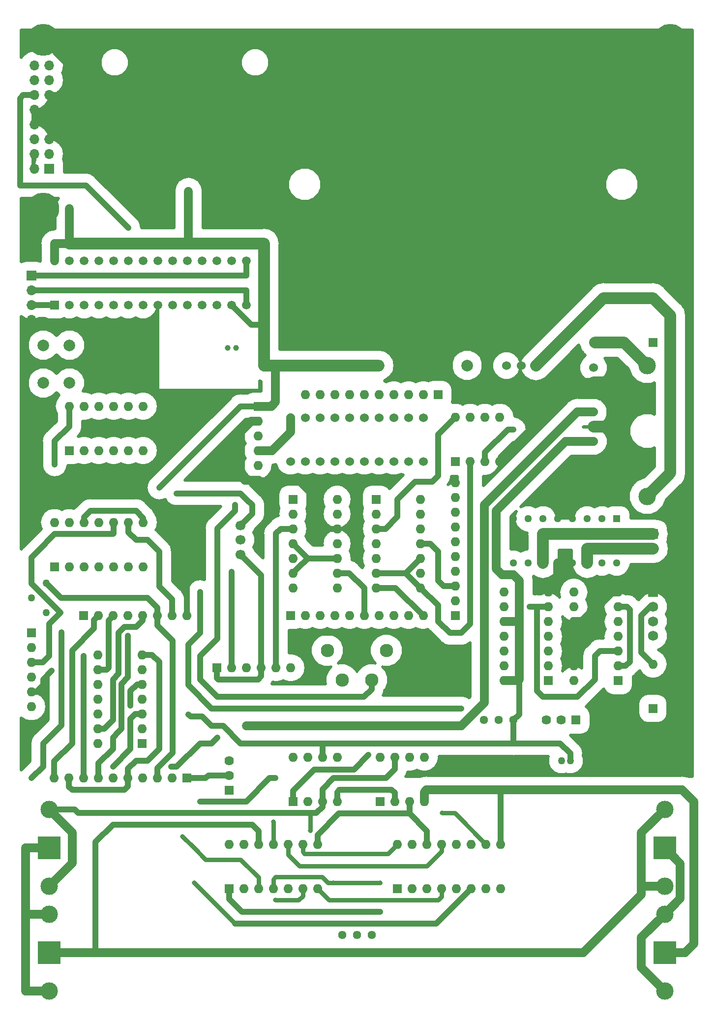
<source format=gbr>
%TF.GenerationSoftware,KiCad,Pcbnew,(5.0.0-rc2-dev-720-g9704891c8)*%
%TF.CreationDate,2018-06-11T16:43:15-04:00*%
%TF.ProjectId,Main,4D61696E2E6B696361645F7063620000,rev?*%
%TF.SameCoordinates,Original*%
%TF.FileFunction,Copper,L2,Bot,Signal*%
%TF.FilePolarity,Positive*%
%FSLAX46Y46*%
G04 Gerber Fmt 4.6, Leading zero omitted, Abs format (unit mm)*
G04 Created by KiCad (PCBNEW (5.0.0-rc2-dev-720-g9704891c8)) date Mon Jun 11 16:43:15 2018*
%MOMM*%
%LPD*%
G01*
G04 APERTURE LIST*
%ADD10R,1.600000X1.600000*%
%ADD11O,1.600000X1.600000*%
%ADD12C,1.440000*%
%ADD13R,4.000000X4.000000*%
%ADD14C,3.000000*%
%ADD15C,1.750000*%
%ADD16R,1.750000X1.750000*%
%ADD17O,2.000000X2.000000*%
%ADD18C,2.000000*%
%ADD19C,1.260000*%
%ADD20C,1.000000*%
%ADD21C,1.270000*%
%ADD22C,1.524000*%
%ADD23R,1.498600X1.498600*%
%ADD24C,1.498600*%
%ADD25C,1.700000*%
%ADD26R,1.295400X1.295400*%
%ADD27C,1.295400*%
%ADD28C,2.300000*%
%ADD29O,1.700000X1.700000*%
%ADD30R,1.700000X1.700000*%
%ADD31C,1.620000*%
%ADD32R,1.620000X1.620000*%
%ADD33C,5.500000*%
%ADD34C,0.800000*%
%ADD35C,1.000000*%
%ADD36C,2.000000*%
%ADD37C,1.500000*%
%ADD38C,0.800000*%
%ADD39C,0.500000*%
G04 APERTURE END LIST*
D10*
X58000000Y-170000000D03*
D11*
X73240000Y-162380000D03*
X60540000Y-170000000D03*
X70700000Y-162380000D03*
X63080000Y-170000000D03*
X68160000Y-162380000D03*
X65620000Y-170000000D03*
X65620000Y-162380000D03*
X68160000Y-170000000D03*
X63080000Y-162380000D03*
X70700000Y-170000000D03*
X60540000Y-162380000D03*
X73240000Y-170000000D03*
X58000000Y-162380000D03*
D10*
X87000000Y-170000000D03*
D11*
X104780000Y-162380000D03*
X89540000Y-170000000D03*
X102240000Y-162380000D03*
X92080000Y-170000000D03*
X99700000Y-162380000D03*
X94620000Y-170000000D03*
X97160000Y-162380000D03*
X97160000Y-170000000D03*
X94620000Y-162380000D03*
X99700000Y-170000000D03*
X92080000Y-162380000D03*
X102240000Y-170000000D03*
X89540000Y-162380000D03*
X104780000Y-170000000D03*
X87000000Y-162380000D03*
D12*
X77460000Y-178000000D03*
X80000000Y-178000000D03*
X82540000Y-178000000D03*
D11*
X105380000Y-134240000D03*
X113000000Y-119000000D03*
X105380000Y-131700000D03*
X113000000Y-121540000D03*
X105380000Y-129160000D03*
X113000000Y-124080000D03*
X105380000Y-126620000D03*
X113000000Y-126620000D03*
X105380000Y-124080000D03*
X113000000Y-129160000D03*
X105380000Y-121540000D03*
X113000000Y-131700000D03*
X105380000Y-119000000D03*
D10*
X113000000Y-134240000D03*
D11*
X84000000Y-147380000D03*
X91620000Y-155000000D03*
X86540000Y-147380000D03*
X89080000Y-155000000D03*
X89080000Y-147380000D03*
X86540000Y-155000000D03*
X91620000Y-147380000D03*
D10*
X84000000Y-155000000D03*
D11*
X35380000Y-145000000D03*
X43000000Y-129760000D03*
X35380000Y-142460000D03*
X43000000Y-132300000D03*
X35380000Y-139920000D03*
X43000000Y-134840000D03*
X35380000Y-137380000D03*
X43000000Y-137380000D03*
X35380000Y-134840000D03*
X43000000Y-139920000D03*
X35380000Y-132300000D03*
X43000000Y-142460000D03*
X35380000Y-129760000D03*
D10*
X43000000Y-145000000D03*
D11*
X27980000Y-107000000D03*
X43220000Y-114620000D03*
X30520000Y-107000000D03*
X40680000Y-114620000D03*
X33060000Y-107000000D03*
X38140000Y-114620000D03*
X35600000Y-107000000D03*
X35600000Y-114620000D03*
X38140000Y-107000000D03*
X33060000Y-114620000D03*
X40680000Y-107000000D03*
X30520000Y-114620000D03*
X43220000Y-107000000D03*
D10*
X27980000Y-114620000D03*
D11*
X69000000Y-147380000D03*
X76620000Y-155000000D03*
X71540000Y-147380000D03*
X74080000Y-155000000D03*
X74080000Y-147380000D03*
X71540000Y-155000000D03*
X76620000Y-147380000D03*
D10*
X69000000Y-155000000D03*
D13*
X133000000Y-181000000D03*
D14*
X133000000Y-187600000D03*
X133000000Y-174400000D03*
D13*
X133000000Y-163000000D03*
D14*
X133000000Y-169600000D03*
X133000000Y-156400000D03*
D13*
X27000000Y-181000000D03*
D14*
X27000000Y-174400000D03*
X27000000Y-187600000D03*
D13*
X27000000Y-163000000D03*
D14*
X27000000Y-156400000D03*
X27000000Y-169600000D03*
D15*
X131000000Y-111500000D03*
D16*
X131000000Y-109000000D03*
D15*
X131000000Y-126500000D03*
X131000000Y-124000000D03*
X131000000Y-121500000D03*
D16*
X131000000Y-119000000D03*
D11*
X131000000Y-68380000D03*
D10*
X131000000Y-76000000D03*
D11*
X131000000Y-131380000D03*
D10*
X131000000Y-139000000D03*
D11*
X117380000Y-134240000D03*
X125000000Y-119000000D03*
X117380000Y-131700000D03*
X125000000Y-121540000D03*
X117380000Y-129160000D03*
X125000000Y-124080000D03*
X117380000Y-126620000D03*
X125000000Y-126620000D03*
X117380000Y-124080000D03*
X125000000Y-129160000D03*
X117380000Y-121540000D03*
X125000000Y-131700000D03*
X117380000Y-119000000D03*
D10*
X125000000Y-134240000D03*
D11*
X91000000Y-103000000D03*
X83380000Y-118240000D03*
X91000000Y-105540000D03*
X83380000Y-115700000D03*
X91000000Y-108080000D03*
X83380000Y-113160000D03*
X91000000Y-110620000D03*
X83380000Y-110620000D03*
X91000000Y-113160000D03*
X83380000Y-108080000D03*
X91000000Y-115700000D03*
X83380000Y-105540000D03*
X91000000Y-118240000D03*
D10*
X83380000Y-103000000D03*
D11*
X76620000Y-103000000D03*
X69000000Y-118240000D03*
X76620000Y-105540000D03*
X69000000Y-115700000D03*
X76620000Y-108080000D03*
X69000000Y-113160000D03*
X76620000Y-110620000D03*
X69000000Y-110620000D03*
X76620000Y-113160000D03*
X69000000Y-108080000D03*
X76620000Y-115700000D03*
X69000000Y-105540000D03*
X76620000Y-118240000D03*
D10*
X69000000Y-103000000D03*
D11*
X97000000Y-88880000D03*
X104620000Y-96500000D03*
X99540000Y-88880000D03*
X102080000Y-96500000D03*
X102080000Y-88880000D03*
X99540000Y-96500000D03*
X104620000Y-88880000D03*
D10*
X97000000Y-96500000D03*
D17*
X83760000Y-80000000D03*
D18*
X99000000Y-80000000D03*
D14*
X130000000Y-80000000D03*
X130000000Y-102500000D03*
D19*
X26540000Y-117460000D03*
X24000000Y-120000000D03*
X26540000Y-122540000D03*
D11*
X30520000Y-87000000D03*
X43220000Y-94620000D03*
X33060000Y-87000000D03*
X40680000Y-94620000D03*
X35600000Y-87000000D03*
X38140000Y-94620000D03*
X38140000Y-87000000D03*
X35600000Y-94620000D03*
X40680000Y-87000000D03*
X33060000Y-94620000D03*
X43220000Y-87000000D03*
D10*
X30520000Y-94620000D03*
D20*
X59250000Y-77000000D03*
X57750000Y-77000000D03*
D18*
X108300000Y-76000000D03*
X121000000Y-76000000D03*
D21*
X116762000Y-148000000D03*
X115238000Y-148000000D03*
D22*
X91430000Y-89000000D03*
X88890000Y-89000000D03*
X86350000Y-89000000D03*
X83810000Y-89000000D03*
X81270000Y-89000000D03*
X78730000Y-89000000D03*
X76190000Y-89000000D03*
X73650000Y-89000000D03*
X71110000Y-89000000D03*
X68570000Y-89000000D03*
X68570000Y-96500000D03*
X71110000Y-96500000D03*
X73650000Y-96500000D03*
X76190000Y-96500000D03*
X78730000Y-96500000D03*
X81270000Y-96500000D03*
X83810000Y-96500000D03*
X86350000Y-96500000D03*
X88890000Y-96500000D03*
X91430000Y-96500000D03*
D23*
X27980000Y-69620000D03*
D24*
X30520000Y-69620000D03*
X33060000Y-69620000D03*
X35600000Y-69620000D03*
X38140000Y-69620000D03*
X40680000Y-69620000D03*
X43220000Y-69620000D03*
X45760000Y-69620000D03*
X48300000Y-69620000D03*
X50840000Y-69620000D03*
X53380000Y-69620000D03*
X55920000Y-69620000D03*
X58460000Y-69620000D03*
X61000000Y-69620000D03*
X61000000Y-62000000D03*
X58460000Y-62000000D03*
X55920000Y-62000000D03*
X53380000Y-62000000D03*
X50840000Y-62000000D03*
X48300000Y-62000000D03*
X45760000Y-62000000D03*
X43220000Y-62000000D03*
X40680000Y-62000000D03*
X38140000Y-62000000D03*
X35600000Y-62000000D03*
X33060000Y-62000000D03*
X30520000Y-62000000D03*
X27980000Y-62000000D03*
D25*
X60000000Y-112500000D03*
X60000000Y-110000000D03*
X60000000Y-107500000D03*
D26*
X124780000Y-106380000D03*
D27*
X122240000Y-106380000D03*
X119700000Y-106380000D03*
X117160000Y-106380000D03*
X114620000Y-106380000D03*
X112080000Y-106380000D03*
X109540000Y-106380000D03*
X107000000Y-106380000D03*
X107000000Y-114000000D03*
X109540000Y-114000000D03*
X112080000Y-114000000D03*
X114620000Y-114000000D03*
X117160000Y-114000000D03*
X119700000Y-114000000D03*
X122240000Y-114000000D03*
X124780000Y-114000000D03*
D22*
X105760000Y-80000000D03*
X108300000Y-80000000D03*
X110840000Y-80000000D03*
X120750000Y-93080000D03*
X120750000Y-88000000D03*
X120750000Y-90540000D03*
X120750000Y-82920000D03*
X120750000Y-80380000D03*
D18*
X26020000Y-76500000D03*
X30520000Y-76500000D03*
X26020000Y-83000000D03*
X30520000Y-83000000D03*
D28*
X82540000Y-134080000D03*
X77460000Y-134080000D03*
X74920000Y-129000000D03*
X80000000Y-129000000D03*
X85080000Y-129000000D03*
D29*
X24000000Y-72160000D03*
X24000000Y-69620000D03*
X24000000Y-67080000D03*
D30*
X24000000Y-64540000D03*
D12*
X101920000Y-141000000D03*
X104460000Y-141000000D03*
X107000000Y-141000000D03*
D31*
X58000000Y-148000000D03*
X58000000Y-150540000D03*
D32*
X58000000Y-153080000D03*
D31*
X112650000Y-141000000D03*
X115190000Y-141000000D03*
D32*
X117730000Y-141000000D03*
D11*
X27920000Y-151000000D03*
X30460000Y-151000000D03*
X33000000Y-151000000D03*
X35540000Y-151000000D03*
X38080000Y-151000000D03*
X40620000Y-151000000D03*
X43160000Y-151000000D03*
X45700000Y-151000000D03*
X48240000Y-151000000D03*
D10*
X50780000Y-151000000D03*
D11*
X91430000Y-123000000D03*
X88890000Y-123000000D03*
X86350000Y-123000000D03*
X83810000Y-123000000D03*
X81270000Y-123000000D03*
X78730000Y-123000000D03*
X76190000Y-123000000D03*
X73650000Y-123000000D03*
X71110000Y-123000000D03*
D10*
X68570000Y-123000000D03*
D11*
X97000000Y-100140000D03*
X97000000Y-102680000D03*
X97000000Y-105220000D03*
X97000000Y-107760000D03*
X97000000Y-110300000D03*
X97000000Y-112840000D03*
X97000000Y-115380000D03*
X97000000Y-117920000D03*
X97000000Y-120460000D03*
D10*
X97000000Y-123000000D03*
X93970000Y-85000000D03*
D11*
X91430000Y-85000000D03*
X88890000Y-85000000D03*
X86350000Y-85000000D03*
X83810000Y-85000000D03*
X81270000Y-85000000D03*
X78730000Y-85000000D03*
X76190000Y-85000000D03*
X73650000Y-85000000D03*
X71110000Y-85000000D03*
D10*
X55920000Y-132000000D03*
D11*
X58460000Y-132000000D03*
X61000000Y-132000000D03*
X63540000Y-132000000D03*
X66080000Y-132000000D03*
X68620000Y-132000000D03*
X24000000Y-138700000D03*
X24000000Y-136160000D03*
X24000000Y-133620000D03*
X24000000Y-131080000D03*
X24000000Y-128540000D03*
D10*
X24000000Y-126000000D03*
X63000000Y-87000000D03*
D11*
X63000000Y-89540000D03*
X63000000Y-92080000D03*
X63000000Y-94620000D03*
X63000000Y-97160000D03*
X63000000Y-99700000D03*
X50780000Y-123000000D03*
X48240000Y-123000000D03*
X45700000Y-123000000D03*
X43160000Y-123000000D03*
X40620000Y-123000000D03*
X38080000Y-123000000D03*
X35540000Y-123000000D03*
D10*
X33000000Y-123000000D03*
D33*
X26000000Y-24000000D03*
X134000000Y-24000000D03*
X26000000Y-53000000D03*
X134000000Y-53000000D03*
D29*
X24500000Y-28340000D03*
X27040000Y-28340000D03*
X24500000Y-30880000D03*
X27040000Y-30880000D03*
X24500000Y-33420000D03*
X27040000Y-33420000D03*
X24500000Y-35960000D03*
X27040000Y-35960000D03*
X24500000Y-38500000D03*
X27040000Y-38500000D03*
X24500000Y-41040000D03*
X27040000Y-41040000D03*
X24500000Y-43580000D03*
X27040000Y-43580000D03*
X24500000Y-46120000D03*
D30*
X27040000Y-46120000D03*
D34*
X49000000Y-102000000D03*
X58460000Y-115460000D03*
X109750000Y-121540000D03*
X30520000Y-53000000D03*
X46000000Y-101000000D03*
X51030000Y-50000000D03*
X40680000Y-56320000D03*
X82000000Y-147000000D03*
X65620000Y-158530010D03*
X84000000Y-169000000D03*
X76000000Y-169000000D03*
X72000000Y-160000000D03*
X28000000Y-109000000D03*
X63080000Y-181000000D03*
X94650000Y-157000000D03*
X40620000Y-126500000D03*
X52000000Y-169000000D03*
X61000000Y-142000000D03*
X48000000Y-149000000D03*
X56000000Y-144000000D03*
X50000000Y-161000000D03*
X27500000Y-132500000D03*
X36000000Y-33420000D03*
X70000000Y-129500000D03*
X54000000Y-88000000D03*
X41000000Y-100000000D03*
X41000000Y-138500000D03*
X53000000Y-155000000D03*
X66000000Y-151000000D03*
X51000000Y-140000000D03*
X24000000Y-151000000D03*
X29121334Y-125878666D03*
X38000000Y-149000000D03*
X33000000Y-130000000D03*
X59000000Y-104000000D03*
X107000000Y-91000000D03*
X28000000Y-97000000D03*
X66000000Y-172000000D03*
X84000000Y-174000000D03*
X53000000Y-119000000D03*
X98000000Y-139000000D03*
D35*
X27980000Y-69620000D02*
X24000000Y-69620000D01*
X61000000Y-69620000D02*
X61000000Y-67080000D01*
X24000000Y-67080000D02*
X61000000Y-67080000D01*
X24000000Y-64540000D02*
X61000000Y-64540000D01*
X61000000Y-62000000D02*
X61000000Y-64540000D01*
X60000000Y-107500000D02*
X62000000Y-105500000D01*
X62000000Y-105500000D02*
X62000000Y-104000000D01*
X62000000Y-104000000D02*
X61000000Y-103000000D01*
X61000000Y-103000000D02*
X60000000Y-102000000D01*
X60000000Y-102000000D02*
X49000000Y-102000000D01*
D36*
X130000000Y-102500000D02*
X134000000Y-98500000D01*
X134000000Y-71380000D02*
X131000000Y-68380000D01*
X134000000Y-98500000D02*
X134000000Y-71380000D01*
X122460000Y-68380000D02*
X110840000Y-80000000D01*
X131000000Y-68380000D02*
X122460000Y-68380000D01*
D35*
X58460000Y-132000000D02*
X58460000Y-115460000D01*
X121000000Y-130000000D02*
X121840000Y-129160000D01*
X111000000Y-136000000D02*
X112000000Y-137000000D01*
X121840000Y-129160000D02*
X125000000Y-129160000D01*
X112000000Y-137000000D02*
X118000000Y-137000000D01*
X121000000Y-134000000D02*
X121000000Y-130000000D01*
X118000000Y-137000000D02*
X121000000Y-134000000D01*
X113000000Y-121540000D02*
X111000000Y-121540000D01*
X111000000Y-121540000D02*
X111000000Y-136000000D01*
X109750000Y-121540000D02*
X111000000Y-121540000D01*
X51010000Y-59020000D02*
X51030000Y-59000000D01*
X58460000Y-69620000D02*
X61840000Y-73000000D01*
D36*
X69000000Y-80000000D02*
X83760000Y-80000000D01*
X63980000Y-59020000D02*
X64000000Y-59000000D01*
D35*
X61840000Y-73000000D02*
X64000000Y-73000000D01*
D36*
X64000000Y-59000000D02*
X64000000Y-73000000D01*
X64000000Y-73000000D02*
X64000000Y-80000000D01*
X51010000Y-59020000D02*
X30520000Y-59020000D01*
D37*
X51030000Y-50000000D02*
X51030000Y-59020000D01*
D36*
X51010000Y-59020000D02*
X51030000Y-59020000D01*
X51030000Y-59020000D02*
X63980000Y-59020000D01*
D37*
X27980000Y-62000000D02*
X27980000Y-59020000D01*
X30520000Y-53000000D02*
X30520000Y-59020000D01*
X27980000Y-59020000D02*
X30520000Y-59020000D01*
X63000000Y-87000000D02*
X65300000Y-87000000D01*
X66000000Y-86300000D02*
X66000000Y-80000000D01*
X65300000Y-87000000D02*
X66000000Y-86300000D01*
D36*
X64000000Y-80000000D02*
X66000000Y-80000000D01*
X66000000Y-80000000D02*
X69000000Y-80000000D01*
D35*
X60000000Y-87000000D02*
X63000000Y-87000000D01*
X46000000Y-101000000D02*
X60000000Y-87000000D01*
X22000000Y-34000000D02*
X22580000Y-33420000D01*
X22000000Y-49000000D02*
X22000000Y-34000000D01*
X40680000Y-56320000D02*
X33360000Y-49000000D01*
X22580000Y-33420000D02*
X24500000Y-33420000D01*
X33360000Y-49000000D02*
X22000000Y-49000000D01*
X69000000Y-153200000D02*
X69000000Y-155000000D01*
X72700000Y-149500000D02*
X69000000Y-153200000D01*
X82000000Y-147000000D02*
X79500000Y-149500000D01*
X79500000Y-149500000D02*
X72700000Y-149500000D01*
D37*
X136500000Y-181000000D02*
X133000000Y-181000000D01*
X91620000Y-153380000D02*
X92000000Y-153000000D01*
X91620000Y-155000000D02*
X91620000Y-153380000D01*
X138000000Y-155000000D02*
X138000000Y-179500000D01*
X136000000Y-153000000D02*
X138000000Y-155000000D01*
X138000000Y-179500000D02*
X136500000Y-181000000D01*
D35*
X104780000Y-153220000D02*
X105000000Y-153000000D01*
X104780000Y-162380000D02*
X104780000Y-153220000D01*
D37*
X92000000Y-153000000D02*
X105000000Y-153000000D01*
X105000000Y-153000000D02*
X136000000Y-153000000D01*
D38*
X65620000Y-162380000D02*
X65620000Y-158530010D01*
D37*
X27000000Y-156400000D02*
X31000000Y-160400000D01*
X31000000Y-165600000D02*
X27000000Y-169600000D01*
X31000000Y-163000000D02*
X31000000Y-165600000D01*
X31000000Y-160400000D02*
X31000000Y-163000000D01*
D35*
X86540000Y-147380000D02*
X86540000Y-149460000D01*
X86540000Y-149460000D02*
X85000000Y-151000000D01*
X85000000Y-151000000D02*
X76000000Y-151000000D01*
X74080000Y-152920000D02*
X74080000Y-155000000D01*
X76000000Y-151000000D02*
X74080000Y-152920000D01*
X74080000Y-155920000D02*
X74080000Y-155000000D01*
X73000000Y-157000000D02*
X74080000Y-155920000D01*
X27000000Y-156400000D02*
X31400000Y-156400000D01*
X31400000Y-156400000D02*
X32000000Y-157000000D01*
D38*
X65620000Y-170000000D02*
X65620000Y-168380000D01*
X65620000Y-168380000D02*
X66000000Y-168000000D01*
X84000000Y-169000000D02*
X76000000Y-169000000D01*
X76000000Y-169000000D02*
X75000000Y-169000000D01*
X75000000Y-169000000D02*
X74000000Y-168000000D01*
X74000000Y-168000000D02*
X66000000Y-168000000D01*
X72000000Y-157000000D02*
X72000000Y-160000000D01*
D35*
X72000000Y-157000000D02*
X73000000Y-157000000D01*
X32000000Y-157000000D02*
X72000000Y-157000000D01*
X58000000Y-150540000D02*
X54460000Y-150540000D01*
X54000000Y-151000000D02*
X50780000Y-151000000D01*
X54460000Y-150540000D02*
X54000000Y-151000000D01*
X29080000Y-120000000D02*
X26540000Y-117460000D01*
X45700000Y-123000000D02*
X45700000Y-121700000D01*
X44000000Y-120000000D02*
X29080000Y-120000000D01*
X45700000Y-121700000D02*
X44000000Y-120000000D01*
X45700000Y-149300000D02*
X45700000Y-151000000D01*
X48320000Y-146680000D02*
X45700000Y-149300000D01*
X48320000Y-127320000D02*
X48320000Y-146680000D01*
X45700000Y-123000000D02*
X45700000Y-124700000D01*
X45700000Y-124700000D02*
X48320000Y-127320000D01*
X36540000Y-142460000D02*
X35380000Y-142460000D01*
X38000000Y-141000000D02*
X36540000Y-142460000D01*
X43160000Y-123840000D02*
X42000000Y-125000000D01*
X43160000Y-123000000D02*
X43160000Y-123840000D01*
X38000000Y-134000000D02*
X38000000Y-141000000D01*
X42000000Y-125000000D02*
X40000000Y-125000000D01*
X40000000Y-125000000D02*
X39000000Y-126000000D01*
X39000000Y-126000000D02*
X39000000Y-133000000D01*
X39000000Y-133000000D02*
X38000000Y-134000000D01*
X86540000Y-153540000D02*
X86540000Y-155000000D01*
X86000000Y-153000000D02*
X86540000Y-153540000D01*
X77000000Y-153000000D02*
X86000000Y-153000000D01*
X76620000Y-155000000D02*
X76620000Y-153380000D01*
X76620000Y-153380000D02*
X77000000Y-153000000D01*
X38140000Y-107000000D02*
X38140000Y-108860000D01*
X38000000Y-109000000D02*
X28000000Y-109000000D01*
X38140000Y-108860000D02*
X38000000Y-109000000D01*
X25000000Y-112000000D02*
X28000000Y-109000000D01*
X27000000Y-124500000D02*
X29000000Y-122500000D01*
X27000000Y-130000000D02*
X27000000Y-124500000D01*
X29000000Y-122500000D02*
X24000000Y-117500000D01*
X24000000Y-131080000D02*
X25920000Y-131080000D01*
X25920000Y-131080000D02*
X27000000Y-130000000D01*
X24000000Y-113000000D02*
X25000000Y-112000000D01*
X24000000Y-117500000D02*
X24000000Y-113000000D01*
D37*
X133000000Y-156400000D02*
X129000000Y-160400000D01*
X129000000Y-163000000D02*
X129000000Y-165600000D01*
X129000000Y-160400000D02*
X129000000Y-163000000D01*
X133000000Y-169600000D02*
X129400000Y-169600000D01*
X129000000Y-165600000D02*
X129000000Y-170000000D01*
X129400000Y-169600000D02*
X129000000Y-170000000D01*
X129000000Y-170000000D02*
X129000000Y-171000000D01*
X129000000Y-171000000D02*
X119000000Y-181000000D01*
D35*
X35000000Y-162000000D02*
X35000000Y-181000000D01*
D37*
X35000000Y-181000000D02*
X27000000Y-181000000D01*
D35*
X63080000Y-162380000D02*
X63080000Y-160080000D01*
X38000000Y-159000000D02*
X35000000Y-162000000D01*
X63080000Y-160080000D02*
X62000000Y-159000000D01*
X62000000Y-159000000D02*
X38000000Y-159000000D01*
D37*
X35000000Y-181000000D02*
X63080000Y-181000000D01*
X63080000Y-181000000D02*
X119000000Y-181000000D01*
D38*
X102240000Y-162380000D02*
X96860000Y-157000000D01*
X96860000Y-157000000D02*
X94650000Y-157000000D01*
D35*
X38000000Y-146000000D02*
X35540000Y-148460000D01*
X35540000Y-148460000D02*
X35540000Y-151000000D01*
X38000000Y-144000000D02*
X38000000Y-146000000D01*
X39500000Y-142500000D02*
X39000000Y-143000000D01*
X39500000Y-134749990D02*
X39500000Y-142500000D01*
X40620000Y-133629990D02*
X39500000Y-134749990D01*
X40620000Y-126500000D02*
X40620000Y-133629990D01*
X39000000Y-143000000D02*
X38000000Y-144000000D01*
X89080000Y-155000000D02*
X89080000Y-157080000D01*
X92080000Y-160080000D02*
X92080000Y-162380000D01*
X89080000Y-157080000D02*
X92080000Y-160080000D01*
X89080000Y-157080000D02*
X76920000Y-157080000D01*
X73240000Y-160760000D02*
X73240000Y-162380000D01*
X76920000Y-157080000D02*
X73240000Y-160760000D01*
X37250000Y-132000000D02*
X37250000Y-123830000D01*
X35380000Y-132300000D02*
X36950000Y-132300000D01*
X37250000Y-123830000D02*
X38080000Y-123000000D01*
X36950000Y-132300000D02*
X37250000Y-132000000D01*
X99700000Y-170000000D02*
X93700000Y-176000000D01*
X93700000Y-176000000D02*
X59000000Y-176000000D01*
D38*
X59000000Y-176000000D02*
X52000000Y-169000000D01*
X94620000Y-171131370D02*
X94620000Y-170000000D01*
X75240000Y-172000000D02*
X94000000Y-172000000D01*
X94620000Y-171380000D02*
X94620000Y-171131370D01*
X94000000Y-172000000D02*
X94620000Y-171380000D01*
X73240000Y-170000000D02*
X75240000Y-172000000D01*
D37*
X102000000Y-104000000D02*
X102000000Y-114000000D01*
X118000000Y-88000000D02*
X102000000Y-104000000D01*
X118000000Y-88000000D02*
X120750000Y-88000000D01*
X102000000Y-114000000D02*
X102000000Y-134000000D01*
X102000000Y-138000000D02*
X98000000Y-142000000D01*
X102000000Y-134000000D02*
X102000000Y-138000000D01*
X98000000Y-142000000D02*
X61000000Y-142000000D01*
D35*
X48000000Y-149000000D02*
X49000000Y-149000000D01*
X49000000Y-149000000D02*
X53000000Y-145000000D01*
X56000000Y-144000000D02*
X55000000Y-145000000D01*
X53000000Y-145000000D02*
X55000000Y-145000000D01*
D38*
X60000000Y-165000000D02*
X63080000Y-168080000D01*
X63080000Y-168080000D02*
X63080000Y-170000000D01*
X54000000Y-165000000D02*
X60000000Y-165000000D01*
X52000000Y-163000000D02*
X54000000Y-165000000D01*
X52000000Y-163000000D02*
X50000000Y-161000000D01*
D35*
X36000000Y-33420000D02*
X36000000Y-33420000D01*
X30000000Y-28000000D02*
X26000000Y-24000000D01*
X30000000Y-33420000D02*
X30000000Y-28000000D01*
X30000000Y-33420000D02*
X36000000Y-33420000D01*
X27040000Y-33420000D02*
X30000000Y-33420000D01*
D36*
X124000000Y-90540000D02*
X124000000Y-82920000D01*
X120750000Y-90540000D02*
X124000000Y-90540000D01*
X120750000Y-82920000D02*
X124000000Y-82920000D01*
D37*
X118511370Y-124080000D02*
X117380000Y-124080000D01*
X118788630Y-124080000D02*
X118511370Y-124080000D01*
X123868630Y-119000000D02*
X118788630Y-124080000D01*
X125000000Y-119000000D02*
X123868630Y-119000000D01*
X118200000Y-82920000D02*
X120750000Y-82920000D01*
X104620000Y-96500000D02*
X118200000Y-82920000D01*
X114620000Y-117380000D02*
X113000000Y-119000000D01*
X114620000Y-114000000D02*
X114620000Y-117380000D01*
D35*
X69700000Y-99700000D02*
X63000000Y-99700000D01*
X73000000Y-106000000D02*
X73000000Y-103000000D01*
X76620000Y-108080000D02*
X75080000Y-108080000D01*
X73000000Y-103000000D02*
X69700000Y-99700000D01*
X75080000Y-108080000D02*
X73000000Y-106000000D01*
D37*
X61868630Y-89540000D02*
X63000000Y-89540000D01*
X60000000Y-99000000D02*
X60000000Y-91408630D01*
X60700000Y-99700000D02*
X60000000Y-99000000D01*
X63000000Y-99700000D02*
X60700000Y-99700000D01*
X60000000Y-91408630D02*
X61868630Y-89540000D01*
D35*
X80000000Y-127373655D02*
X78626345Y-126000000D01*
X80000000Y-129000000D02*
X80000000Y-127373655D01*
X73000000Y-126500000D02*
X70000000Y-129500000D01*
X73500000Y-126000000D02*
X73000000Y-126500000D01*
X78626345Y-126000000D02*
X73500000Y-126000000D01*
X54000000Y-88000000D02*
X42000000Y-100000000D01*
X42000000Y-100000000D02*
X41000000Y-100000000D01*
X50780000Y-123000000D02*
X50780000Y-109780000D01*
X50780000Y-109780000D02*
X47000000Y-106000000D01*
X47000000Y-106000000D02*
X41000000Y-100000000D01*
X27500000Y-132500000D02*
X26000000Y-134000000D01*
X26000000Y-134000000D02*
X26000000Y-135000000D01*
X24000000Y-136160000D02*
X24840000Y-136160000D01*
X24840000Y-136160000D02*
X26000000Y-135000000D01*
X43000000Y-134840000D02*
X42160000Y-134840000D01*
X42160000Y-134840000D02*
X41000000Y-136000000D01*
X41000000Y-136000000D02*
X41000000Y-138500000D01*
X41000000Y-138500000D02*
X41000000Y-138500000D01*
X53000000Y-155000000D02*
X61000000Y-155000000D01*
X65000000Y-151000000D02*
X66000000Y-151000000D01*
X61000000Y-155000000D02*
X65000000Y-151000000D01*
D37*
X68570000Y-91430000D02*
X68570000Y-89000000D01*
X63000000Y-94620000D02*
X65380000Y-94620000D01*
X65380000Y-94620000D02*
X68570000Y-91430000D01*
D35*
X94000000Y-91880000D02*
X97000000Y-88880000D01*
X94000000Y-99000000D02*
X94000000Y-91880000D01*
X84920000Y-108080000D02*
X87000000Y-106000000D01*
X87000000Y-106000000D02*
X87000000Y-103000000D01*
X93000000Y-100000000D02*
X94000000Y-99000000D01*
X83380000Y-108080000D02*
X84920000Y-108080000D01*
X87000000Y-103000000D02*
X90000000Y-100000000D01*
X90000000Y-100000000D02*
X93000000Y-100000000D01*
D37*
X115920000Y-93080000D02*
X104000000Y-105000000D01*
X104000000Y-105000000D02*
X104000000Y-114000000D01*
X120750000Y-93080000D02*
X115920000Y-93080000D01*
X104000000Y-114000000D02*
X104000000Y-115000000D01*
X104000000Y-115000000D02*
X105000000Y-116000000D01*
X105000000Y-116000000D02*
X107000000Y-116000000D01*
X107000000Y-116000000D02*
X108000000Y-117000000D01*
X107920000Y-124080000D02*
X108000000Y-124000000D01*
X105380000Y-124080000D02*
X107920000Y-124080000D01*
X108000000Y-117000000D02*
X108000000Y-124000000D01*
X108000000Y-124000000D02*
X108000000Y-128000000D01*
X107760000Y-134240000D02*
X108000000Y-134000000D01*
X105380000Y-134240000D02*
X107760000Y-134240000D01*
X108000000Y-128000000D02*
X108000000Y-134000000D01*
D35*
X108000000Y-134000000D02*
X108000000Y-140000000D01*
X66080000Y-132000000D02*
X66080000Y-108920000D01*
X66920000Y-108080000D02*
X66080000Y-108920000D01*
X69000000Y-108080000D02*
X66920000Y-108080000D01*
X108000000Y-140000000D02*
X107000000Y-141000000D01*
X53399999Y-140399999D02*
X55000000Y-142000000D01*
X51399999Y-140399999D02*
X53399999Y-140399999D01*
X51000000Y-140000000D02*
X51399999Y-140399999D01*
X57000000Y-142000000D02*
X60000000Y-145000000D01*
X107000000Y-143000000D02*
X107000000Y-141000000D01*
X55000000Y-142000000D02*
X57000000Y-142000000D01*
X74080000Y-145080000D02*
X74000000Y-145000000D01*
X74080000Y-147380000D02*
X74080000Y-145080000D01*
X60000000Y-145000000D02*
X74000000Y-145000000D01*
X74000000Y-145000000D02*
X105000000Y-145000000D01*
X116762000Y-148000000D02*
X116762000Y-146762000D01*
X116762000Y-146762000D02*
X115000000Y-145000000D01*
X107000000Y-143000000D02*
X107000000Y-145000000D01*
X115000000Y-145000000D02*
X107000000Y-145000000D01*
X107000000Y-145000000D02*
X105000000Y-145000000D01*
X26000000Y-149000000D02*
X24000000Y-151000000D01*
X26000000Y-145000000D02*
X26000000Y-149000000D01*
X29121334Y-125878666D02*
X29121334Y-141878666D01*
X29121334Y-141878666D02*
X26000000Y-145000000D01*
D36*
X112080000Y-109000000D02*
X131000000Y-109000000D01*
X112080000Y-109000000D02*
X112080000Y-114000000D01*
X119700000Y-111500000D02*
X119700000Y-114000000D01*
X131000000Y-111500000D02*
X119700000Y-111500000D01*
D35*
X130500000Y-121500000D02*
X131000000Y-121500000D01*
X129000000Y-123000000D02*
X130500000Y-121500000D01*
X131000000Y-131380000D02*
X129000000Y-129380000D01*
X129000000Y-129380000D02*
X129000000Y-123000000D01*
X27920000Y-148080000D02*
X27920000Y-151000000D01*
X31000000Y-145000000D02*
X27920000Y-148080000D01*
X31000000Y-129000000D02*
X31000000Y-145000000D01*
X34740001Y-125259999D02*
X31000000Y-129000000D01*
X35540000Y-123000000D02*
X34740001Y-123799999D01*
X34740001Y-123799999D02*
X34740001Y-125259999D01*
X48240000Y-120240000D02*
X48240000Y-123000000D01*
X40680000Y-108680000D02*
X42000000Y-110000000D01*
X40680000Y-107000000D02*
X40680000Y-108680000D01*
X44000000Y-110000000D02*
X46000000Y-112000000D01*
X42000000Y-110000000D02*
X44000000Y-110000000D01*
X46000000Y-112000000D02*
X46000000Y-118000000D01*
X46000000Y-118000000D02*
X48240000Y-120240000D01*
X63540000Y-116040000D02*
X60000000Y-112500000D01*
X63540000Y-130000000D02*
X63540000Y-116040000D01*
X63540000Y-132000000D02*
X63540000Y-130000000D01*
X63540000Y-132000000D02*
X63540000Y-133460000D01*
X63540000Y-133460000D02*
X63000000Y-134000000D01*
X56120000Y-134000000D02*
X63000000Y-134000000D01*
X55920000Y-133800000D02*
X56120000Y-134000000D01*
X55920000Y-132000000D02*
X55920000Y-133800000D01*
X41868630Y-139920000D02*
X41000000Y-140788630D01*
X43000000Y-139920000D02*
X41868630Y-139920000D01*
X41000000Y-140788630D02*
X41000000Y-143000000D01*
X41000000Y-143000000D02*
X41000000Y-146000000D01*
X41000000Y-146000000D02*
X38000000Y-149000000D01*
X33000000Y-130000000D02*
X33000000Y-151000000D01*
X59000000Y-105000000D02*
X59000000Y-104000000D01*
X56000000Y-108000000D02*
X59000000Y-105000000D01*
X56000000Y-127000000D02*
X56000000Y-108000000D01*
X82540000Y-135706345D02*
X81246345Y-137000000D01*
X82540000Y-134080000D02*
X82540000Y-135706345D01*
X81246345Y-137000000D02*
X56000000Y-137000000D01*
X56000000Y-137000000D02*
X53000000Y-134000000D01*
X53000000Y-134000000D02*
X53000000Y-130000000D01*
X53000000Y-130000000D02*
X56000000Y-127000000D01*
X102080000Y-94920000D02*
X102080000Y-96500000D01*
X107000000Y-91000000D02*
X106000000Y-91000000D01*
X106000000Y-91000000D02*
X102080000Y-94920000D01*
X94000000Y-112000000D02*
X92620000Y-110620000D01*
X92620000Y-110620000D02*
X91000000Y-110620000D01*
X94000000Y-117000000D02*
X94000000Y-112000000D01*
X97000000Y-117920000D02*
X94920000Y-117920000D01*
X94920000Y-117920000D02*
X94000000Y-117000000D01*
X86670000Y-118240000D02*
X83380000Y-118240000D01*
X91430000Y-123000000D02*
X86670000Y-118240000D01*
X78700000Y-115700000D02*
X76620000Y-115700000D01*
X81270000Y-123000000D02*
X81270000Y-118270000D01*
X81270000Y-118270000D02*
X78700000Y-115700000D01*
X40620000Y-149380000D02*
X40620000Y-151000000D01*
X44760000Y-129760000D02*
X46000000Y-131000000D01*
X43000000Y-129760000D02*
X44760000Y-129760000D01*
X46000000Y-146000000D02*
X44000000Y-148000000D01*
X46000000Y-131000000D02*
X46000000Y-146000000D01*
X44000000Y-148000000D02*
X42000000Y-148000000D01*
X42000000Y-148000000D02*
X40620000Y-149380000D01*
X30460000Y-152460000D02*
X30460000Y-151000000D01*
X31000000Y-153000000D02*
X30460000Y-152460000D01*
X40000000Y-153000000D02*
X31000000Y-153000000D01*
X40620000Y-151000000D02*
X40620000Y-152380000D01*
X40620000Y-152380000D02*
X40000000Y-153000000D01*
X30520000Y-90480000D02*
X28000000Y-93000000D01*
X30520000Y-87000000D02*
X30520000Y-90480000D01*
X28000000Y-97000000D02*
X28000000Y-93000000D01*
X43220000Y-107000000D02*
X43220000Y-106220000D01*
X33060000Y-107000000D02*
X33060000Y-106060000D01*
X34120000Y-105000000D02*
X35000000Y-105000000D01*
X33060000Y-106060000D02*
X34120000Y-105000000D01*
X43220000Y-106220000D02*
X42000000Y-105000000D01*
X42000000Y-105000000D02*
X35000000Y-105000000D01*
D38*
X66000000Y-172000000D02*
X70000000Y-172000000D01*
X70700000Y-171300000D02*
X70700000Y-170000000D01*
X70000000Y-172000000D02*
X70700000Y-171300000D01*
D35*
X58000000Y-171800000D02*
X59200000Y-173000000D01*
X58000000Y-170000000D02*
X58000000Y-171800000D01*
X59200000Y-173000000D02*
X60200000Y-174000000D01*
X60200000Y-174000000D02*
X84000000Y-174000000D01*
X53000000Y-119000000D02*
X53000000Y-126000000D01*
X53000000Y-126000000D02*
X51000000Y-128000000D01*
X51000000Y-128000000D02*
X51000000Y-135000000D01*
X51000000Y-135000000D02*
X55000000Y-139000000D01*
X55000000Y-139000000D02*
X73000000Y-139000000D01*
X73000000Y-139000000D02*
X98000000Y-139000000D01*
X127000000Y-131000000D02*
X126300000Y-131700000D01*
X127000000Y-122000000D02*
X127000000Y-131000000D01*
X126300000Y-131700000D02*
X125000000Y-131700000D01*
X125000000Y-121540000D02*
X126540000Y-121540000D01*
X126540000Y-121540000D02*
X127000000Y-122000000D01*
X88460000Y-115700000D02*
X91000000Y-118240000D01*
X83380000Y-115700000D02*
X88460000Y-115700000D01*
X91000000Y-113160000D02*
X88460000Y-115700000D01*
X71540000Y-113160000D02*
X69000000Y-110620000D01*
X76620000Y-113160000D02*
X71540000Y-113160000D01*
X69799999Y-114900001D02*
X71540000Y-113160000D01*
X69000000Y-115700000D02*
X69799999Y-114900001D01*
X94000000Y-124000000D02*
X94000000Y-121240000D01*
X98000000Y-126000000D02*
X96000000Y-126000000D01*
X94000000Y-121240000D02*
X91000000Y-118240000D01*
X96000000Y-126000000D02*
X94000000Y-124000000D01*
X99540000Y-96500000D02*
X99540000Y-124460000D01*
X99540000Y-124460000D02*
X98000000Y-126000000D01*
D36*
X126000000Y-76000000D02*
X130000000Y-80000000D01*
X121000000Y-76000000D02*
X126000000Y-76000000D01*
D38*
X70700000Y-163700000D02*
X70700000Y-162380000D01*
X71000000Y-164000000D02*
X70700000Y-163700000D01*
X87000000Y-162380000D02*
X85380000Y-164000000D01*
X85380000Y-164000000D02*
X71000000Y-164000000D01*
X68160000Y-162380000D02*
X68160000Y-164160000D01*
X70150010Y-166150010D02*
X91849990Y-166150010D01*
X68160000Y-164160000D02*
X70150010Y-166150010D01*
X94620000Y-162380000D02*
X94620000Y-163620000D01*
X92089990Y-166150010D02*
X91849990Y-166150010D01*
X94620000Y-163620000D02*
X92089990Y-166150010D01*
D37*
X27000000Y-174400000D02*
X23000000Y-174400000D01*
X23000000Y-173000000D02*
X23000000Y-174400000D01*
X27000000Y-163000000D02*
X23000000Y-163000000D01*
X23000000Y-163000000D02*
X23000000Y-173000000D01*
X24600000Y-187600000D02*
X27000000Y-187600000D01*
X23000000Y-174400000D02*
X23000000Y-187600000D01*
X23000000Y-187600000D02*
X24600000Y-187600000D01*
X133000000Y-174400000D02*
X129000000Y-178400000D01*
X129000000Y-183600000D02*
X133000000Y-187600000D01*
X129000000Y-178400000D02*
X129000000Y-183600000D01*
X135700000Y-165700000D02*
X133000000Y-163000000D01*
X133000000Y-174400000D02*
X135700000Y-171700000D01*
X135700000Y-171700000D02*
X135700000Y-165700000D01*
D39*
G36*
X137750000Y-150750000D02*
X137132517Y-150750000D01*
X136975451Y-150645052D01*
X136246224Y-150500000D01*
X136246223Y-150500000D01*
X136000000Y-150451023D01*
X135753777Y-150500000D01*
X92246222Y-150500000D01*
X91999999Y-150451023D01*
X91753776Y-150500000D01*
X91024549Y-150645052D01*
X90867483Y-150750000D01*
X88384102Y-150750000D01*
X88659454Y-150337906D01*
X88743951Y-149913113D01*
X88828849Y-149930000D01*
X89331151Y-149930000D01*
X90074960Y-149782047D01*
X90350000Y-149598271D01*
X90625040Y-149782047D01*
X91368849Y-149930000D01*
X91871151Y-149930000D01*
X92614960Y-149782047D01*
X93458447Y-149218447D01*
X94022047Y-148374960D01*
X94219957Y-147380000D01*
X94194098Y-147250000D01*
X106778395Y-147250000D01*
X107000000Y-147294080D01*
X107221606Y-147250000D01*
X112967155Y-147250000D01*
X112853000Y-147525594D01*
X112853000Y-148474406D01*
X113216095Y-149350994D01*
X113887006Y-150021905D01*
X114763594Y-150385000D01*
X115712406Y-150385000D01*
X116000000Y-150265875D01*
X116287594Y-150385000D01*
X117236406Y-150385000D01*
X118112994Y-150021905D01*
X118783905Y-149350994D01*
X119147000Y-148474406D01*
X119147000Y-147525594D01*
X119012000Y-147199675D01*
X119012000Y-146983604D01*
X119056080Y-146761999D01*
X118963005Y-146294080D01*
X118881454Y-145884094D01*
X118879084Y-145880546D01*
X118509689Y-145327708D01*
X118384160Y-145139840D01*
X118196291Y-145014310D01*
X116747691Y-143565711D01*
X116743298Y-143559136D01*
X116920000Y-143594284D01*
X118540000Y-143594284D01*
X119222816Y-143458463D01*
X119801679Y-143071679D01*
X120188463Y-142492816D01*
X120324284Y-141810000D01*
X120324284Y-140190000D01*
X120188463Y-139507184D01*
X119801679Y-138928321D01*
X119482818Y-138715265D01*
X119622160Y-138622160D01*
X119747692Y-138434288D01*
X119981980Y-138200000D01*
X128415716Y-138200000D01*
X128415716Y-139800000D01*
X128551537Y-140482816D01*
X128938321Y-141061679D01*
X129517184Y-141448463D01*
X130200000Y-141584284D01*
X131800000Y-141584284D01*
X132482816Y-141448463D01*
X133061679Y-141061679D01*
X133448463Y-140482816D01*
X133584284Y-139800000D01*
X133584284Y-138200000D01*
X133448463Y-137517184D01*
X133061679Y-136938321D01*
X132482816Y-136551537D01*
X131800000Y-136415716D01*
X130200000Y-136415716D01*
X129517184Y-136551537D01*
X128938321Y-136938321D01*
X128551537Y-137517184D01*
X128415716Y-138200000D01*
X119981980Y-138200000D01*
X122434289Y-135747691D01*
X122542149Y-135675621D01*
X122551537Y-135722816D01*
X122938321Y-136301679D01*
X123517184Y-136688463D01*
X124200000Y-136824284D01*
X125800000Y-136824284D01*
X126482816Y-136688463D01*
X127061679Y-136301679D01*
X127448463Y-135722816D01*
X127584284Y-135040000D01*
X127584284Y-133547921D01*
X127922160Y-133322160D01*
X128047692Y-133134288D01*
X128434288Y-132747692D01*
X128622160Y-132622160D01*
X128692643Y-132516674D01*
X129161553Y-133218447D01*
X130005040Y-133782047D01*
X130748849Y-133930000D01*
X131251151Y-133930000D01*
X131994960Y-133782047D01*
X132838447Y-133218447D01*
X133402047Y-132374960D01*
X133599957Y-131380000D01*
X133402047Y-130385040D01*
X132838447Y-129541553D01*
X131994960Y-128977953D01*
X131915369Y-128962121D01*
X132486943Y-128725368D01*
X133225368Y-127986943D01*
X133625000Y-127022145D01*
X133625000Y-125977855D01*
X133323513Y-125250000D01*
X133625000Y-124522145D01*
X133625000Y-123477855D01*
X133323513Y-122750000D01*
X133625000Y-122022145D01*
X133625000Y-120977855D01*
X133225368Y-120013057D01*
X132486943Y-119274632D01*
X131522145Y-118875000D01*
X130477855Y-118875000D01*
X129513057Y-119274632D01*
X128974304Y-119813385D01*
X128877840Y-119877840D01*
X128813385Y-119974304D01*
X128774632Y-120013057D01*
X128753659Y-120063690D01*
X128752310Y-120065709D01*
X128513070Y-120304949D01*
X128434289Y-120252309D01*
X128287692Y-120105712D01*
X128162160Y-119917840D01*
X127417906Y-119420546D01*
X126761606Y-119290000D01*
X126761605Y-119290000D01*
X126540000Y-119245920D01*
X126318395Y-119290000D01*
X126222514Y-119290000D01*
X125994960Y-119137953D01*
X125251151Y-118990000D01*
X124748849Y-118990000D01*
X124005040Y-119137953D01*
X123161553Y-119701553D01*
X122597953Y-120545040D01*
X122400043Y-121540000D01*
X122597953Y-122534960D01*
X122781729Y-122810000D01*
X122597953Y-123085040D01*
X122400043Y-124080000D01*
X122597953Y-125074960D01*
X122781729Y-125350000D01*
X122597953Y-125625040D01*
X122400043Y-126620000D01*
X122457728Y-126910000D01*
X122061604Y-126910000D01*
X121839999Y-126865920D01*
X121618395Y-126910000D01*
X121618394Y-126910000D01*
X120962094Y-127040546D01*
X120217840Y-127537840D01*
X120092308Y-127725712D01*
X119565710Y-128252310D01*
X119377841Y-128377840D01*
X119252311Y-128565709D01*
X118880547Y-129122093D01*
X118705920Y-130000000D01*
X118750001Y-130221609D01*
X118750000Y-132088547D01*
X118374960Y-131837953D01*
X117631151Y-131690000D01*
X117128849Y-131690000D01*
X116385040Y-131837953D01*
X115541553Y-132401553D01*
X115426014Y-132574469D01*
X115599957Y-131700000D01*
X115402047Y-130705040D01*
X115218271Y-130430000D01*
X115402047Y-130154960D01*
X115599957Y-129160000D01*
X115402047Y-128165040D01*
X115218271Y-127890000D01*
X115402047Y-127614960D01*
X115599957Y-126620000D01*
X115402047Y-125625040D01*
X115218271Y-125350000D01*
X115402047Y-125074960D01*
X115599957Y-124080000D01*
X115426014Y-123205531D01*
X115541553Y-123378447D01*
X116385040Y-123942047D01*
X117128849Y-124090000D01*
X117631151Y-124090000D01*
X118374960Y-123942047D01*
X119218447Y-123378447D01*
X119782047Y-122534960D01*
X119979957Y-121540000D01*
X119782047Y-120545040D01*
X119598271Y-120270000D01*
X119782047Y-119994960D01*
X119979957Y-119000000D01*
X119782047Y-118005040D01*
X119218447Y-117161553D01*
X118374960Y-116597953D01*
X117631151Y-116450000D01*
X117128849Y-116450000D01*
X116385040Y-116597953D01*
X115541553Y-117161553D01*
X114977953Y-118005040D01*
X114780043Y-119000000D01*
X114953986Y-119874469D01*
X114838447Y-119701553D01*
X113994960Y-119137953D01*
X113251151Y-118990000D01*
X112748849Y-118990000D01*
X112005040Y-119137953D01*
X111777486Y-119290000D01*
X111221605Y-119290000D01*
X111000000Y-119245920D01*
X110778394Y-119290000D01*
X110500000Y-119290000D01*
X110500000Y-117246224D01*
X110548977Y-117000000D01*
X110397793Y-116239942D01*
X110450049Y-116218297D01*
X111007004Y-116590443D01*
X112080000Y-116803875D01*
X113152997Y-116590443D01*
X114062639Y-115982639D01*
X114670443Y-115072997D01*
X114830000Y-114270848D01*
X114830000Y-111750000D01*
X116945853Y-111750000D01*
X116950000Y-111770848D01*
X116950000Y-114270848D01*
X117109557Y-115072997D01*
X117717362Y-115982639D01*
X118627004Y-116590443D01*
X119700000Y-116803875D01*
X120772997Y-116590443D01*
X121329952Y-116218297D01*
X121763068Y-116397700D01*
X122716932Y-116397700D01*
X123510000Y-116069201D01*
X124303068Y-116397700D01*
X125256932Y-116397700D01*
X126138188Y-116032672D01*
X126812672Y-115358188D01*
X127177700Y-114476932D01*
X127177700Y-114250000D01*
X131270848Y-114250000D01*
X132072997Y-114090443D01*
X132982639Y-113482639D01*
X133590443Y-112572997D01*
X133803875Y-111500000D01*
X133590443Y-110427003D01*
X133558880Y-110379765D01*
X133659284Y-109875000D01*
X133659284Y-109726909D01*
X133803875Y-109000000D01*
X133659284Y-108273091D01*
X133659284Y-108125000D01*
X133523463Y-107442184D01*
X133136679Y-106863321D01*
X132557816Y-106476537D01*
X131875000Y-106340716D01*
X131726909Y-106340716D01*
X131270848Y-106250000D01*
X127211984Y-106250000D01*
X127211984Y-105732300D01*
X127076163Y-105049484D01*
X126689379Y-104470621D01*
X126110516Y-104083837D01*
X125427700Y-103948016D01*
X124132300Y-103948016D01*
X123449484Y-104083837D01*
X123262957Y-104208471D01*
X122716932Y-103982300D01*
X121763068Y-103982300D01*
X120970000Y-104310799D01*
X120176932Y-103982300D01*
X119223068Y-103982300D01*
X118341812Y-104347328D01*
X117667328Y-105021812D01*
X117302300Y-105903068D01*
X117302300Y-106250000D01*
X114477700Y-106250000D01*
X114477700Y-105903068D01*
X114112672Y-105021812D01*
X113438188Y-104347328D01*
X112556932Y-103982300D01*
X111603068Y-103982300D01*
X110810000Y-104310799D01*
X110016932Y-103982300D01*
X109063068Y-103982300D01*
X108192726Y-104342807D01*
X116955534Y-95580000D01*
X120221361Y-95580000D01*
X120250332Y-95592000D01*
X121249668Y-95592000D01*
X121539555Y-95471925D01*
X121725451Y-95434948D01*
X121883046Y-95329647D01*
X122172934Y-95209571D01*
X122394805Y-94987700D01*
X122552399Y-94882399D01*
X122657700Y-94724805D01*
X122879571Y-94502934D01*
X122999647Y-94213046D01*
X123104948Y-94055451D01*
X123141925Y-93869555D01*
X123262000Y-93579668D01*
X123262000Y-93265896D01*
X123298977Y-93080000D01*
X123262000Y-92894104D01*
X123262000Y-92580332D01*
X123141925Y-92290445D01*
X123104948Y-92104549D01*
X122999647Y-91946954D01*
X122879571Y-91657066D01*
X122657700Y-91435195D01*
X122552399Y-91277601D01*
X122394805Y-91172300D01*
X122172934Y-90950429D01*
X121883046Y-90830353D01*
X121725451Y-90725052D01*
X121539555Y-90688075D01*
X121249668Y-90568000D01*
X120250332Y-90568000D01*
X120221361Y-90580000D01*
X118955534Y-90580000D01*
X119035534Y-90500000D01*
X120221361Y-90500000D01*
X120250332Y-90512000D01*
X121249668Y-90512000D01*
X121539555Y-90391925D01*
X121725451Y-90354948D01*
X121883046Y-90249647D01*
X122172934Y-90129571D01*
X122394805Y-89907700D01*
X122552399Y-89802399D01*
X122657700Y-89644805D01*
X122879571Y-89422934D01*
X122999647Y-89133046D01*
X123104948Y-88975451D01*
X123141925Y-88789555D01*
X123262000Y-88499668D01*
X123262000Y-88185896D01*
X123298977Y-88000000D01*
X123262000Y-87814104D01*
X123262000Y-87500332D01*
X123141925Y-87210445D01*
X123104948Y-87024549D01*
X122999647Y-86866954D01*
X122879571Y-86577066D01*
X122657700Y-86355195D01*
X122552399Y-86197601D01*
X122394805Y-86092300D01*
X122172934Y-85870429D01*
X121883046Y-85750353D01*
X121725451Y-85645052D01*
X121539555Y-85608075D01*
X121249668Y-85488000D01*
X120250332Y-85488000D01*
X120221361Y-85500000D01*
X118246223Y-85500000D01*
X118000000Y-85451023D01*
X117753777Y-85500000D01*
X117753776Y-85500000D01*
X117024549Y-85645052D01*
X116197601Y-86197601D01*
X116058126Y-86406340D01*
X101790000Y-100674467D01*
X101790000Y-99042272D01*
X101828849Y-99050000D01*
X102331151Y-99050000D01*
X103074960Y-98902047D01*
X103918447Y-98338447D01*
X104482047Y-97494960D01*
X104679957Y-96500000D01*
X104514382Y-95667598D01*
X106931981Y-93250000D01*
X107221606Y-93250000D01*
X107877906Y-93119454D01*
X108622160Y-92622160D01*
X109119454Y-91877906D01*
X109294080Y-91000000D01*
X109119454Y-90122094D01*
X108622160Y-89377840D01*
X107877906Y-88880546D01*
X107221606Y-88750000D01*
X107194098Y-88750000D01*
X107022047Y-87885040D01*
X106458447Y-87041553D01*
X105614960Y-86477953D01*
X104871151Y-86330000D01*
X104368849Y-86330000D01*
X103625040Y-86477953D01*
X103350000Y-86661729D01*
X103074960Y-86477953D01*
X102331151Y-86330000D01*
X101828849Y-86330000D01*
X101085040Y-86477953D01*
X100810000Y-86661729D01*
X100534960Y-86477953D01*
X99791151Y-86330000D01*
X99288849Y-86330000D01*
X98545040Y-86477953D01*
X98270000Y-86661729D01*
X97994960Y-86477953D01*
X97251151Y-86330000D01*
X96748849Y-86330000D01*
X96436502Y-86392130D01*
X96554284Y-85800000D01*
X96554284Y-84200000D01*
X96418463Y-83517184D01*
X96031679Y-82938321D01*
X95452816Y-82551537D01*
X94770000Y-82415716D01*
X93170000Y-82415716D01*
X92487184Y-82551537D01*
X92419379Y-82596843D01*
X91681151Y-82450000D01*
X91178849Y-82450000D01*
X90435040Y-82597953D01*
X90160000Y-82781729D01*
X89884960Y-82597953D01*
X89141151Y-82450000D01*
X88638849Y-82450000D01*
X87895040Y-82597953D01*
X87620000Y-82781729D01*
X87344960Y-82597953D01*
X86601151Y-82450000D01*
X86098849Y-82450000D01*
X85355040Y-82597953D01*
X85080000Y-82781729D01*
X84804960Y-82597953D01*
X84800101Y-82596986D01*
X84832997Y-82590443D01*
X85742639Y-81982639D01*
X86350443Y-81072997D01*
X86563875Y-80000000D01*
X86455069Y-79452991D01*
X96250000Y-79452991D01*
X96250000Y-80547009D01*
X96668662Y-81557750D01*
X97442250Y-82331338D01*
X98452991Y-82750000D01*
X99547009Y-82750000D01*
X100557750Y-82331338D01*
X101331338Y-81557750D01*
X101750000Y-80547009D01*
X101750000Y-79500332D01*
X103248000Y-79500332D01*
X103248000Y-80499668D01*
X103630429Y-81422934D01*
X104337066Y-82129571D01*
X105260332Y-82512000D01*
X106259668Y-82512000D01*
X107182934Y-82129571D01*
X107889571Y-81422934D01*
X108179794Y-80722273D01*
X108249557Y-81072996D01*
X108857361Y-81982639D01*
X109767004Y-82590443D01*
X110840000Y-82803874D01*
X111912996Y-82590443D01*
X112593025Y-82136062D01*
X118250000Y-76479087D01*
X118250000Y-76547009D01*
X118355682Y-76802148D01*
X118409557Y-77072997D01*
X118562980Y-77302610D01*
X118668662Y-77557750D01*
X118863939Y-77753027D01*
X119017361Y-77982639D01*
X119246973Y-78136061D01*
X119351302Y-78240390D01*
X119327066Y-78250429D01*
X118620429Y-78957066D01*
X118238000Y-79880332D01*
X118238000Y-80879668D01*
X118620429Y-81802934D01*
X119327066Y-82509571D01*
X120250332Y-82892000D01*
X121249668Y-82892000D01*
X122172934Y-82509571D01*
X122879571Y-81802934D01*
X123262000Y-80879668D01*
X123262000Y-79880332D01*
X122879571Y-78957066D01*
X122672505Y-78750000D01*
X124860913Y-78750000D01*
X126750000Y-80639087D01*
X126750000Y-80646465D01*
X127244783Y-81840977D01*
X128159023Y-82755217D01*
X129353535Y-83250000D01*
X130646465Y-83250000D01*
X131250001Y-83000007D01*
X131250000Y-88358232D01*
X130626574Y-88100000D01*
X129373426Y-88100000D01*
X128215668Y-88579559D01*
X127329559Y-89465668D01*
X126850000Y-90623426D01*
X126850000Y-91876574D01*
X127329559Y-93034332D01*
X128215668Y-93920441D01*
X129373426Y-94400000D01*
X130626574Y-94400000D01*
X131250000Y-94141768D01*
X131250000Y-97360913D01*
X129360913Y-99250000D01*
X129353535Y-99250000D01*
X128159023Y-99744783D01*
X127244783Y-100659023D01*
X126750000Y-101853535D01*
X126750000Y-103146465D01*
X127244783Y-104340977D01*
X128159023Y-105255217D01*
X129353535Y-105750000D01*
X130646465Y-105750000D01*
X131840977Y-105255217D01*
X132755217Y-104340977D01*
X133250000Y-103146465D01*
X133250000Y-103139087D01*
X135753026Y-100636061D01*
X135982638Y-100482639D01*
X136218265Y-100130000D01*
X136590443Y-99572997D01*
X136704419Y-99000000D01*
X136750000Y-98770848D01*
X136750000Y-98770845D01*
X136803874Y-98500001D01*
X136750000Y-98229156D01*
X136750000Y-71650848D01*
X136803875Y-71380000D01*
X136590443Y-70307003D01*
X136279474Y-69841606D01*
X135982639Y-69397361D01*
X135753024Y-69243937D01*
X133136063Y-66626976D01*
X132982639Y-66397361D01*
X132072997Y-65789557D01*
X131270848Y-65630000D01*
X131270844Y-65630000D01*
X131000000Y-65576126D01*
X130729156Y-65630000D01*
X122730848Y-65630000D01*
X122460000Y-65576125D01*
X122189152Y-65630000D01*
X121387003Y-65789557D01*
X120477361Y-66397361D01*
X120323937Y-66626976D01*
X108703938Y-78246975D01*
X108249557Y-78927004D01*
X108179794Y-79277727D01*
X107889571Y-78577066D01*
X107182934Y-77870429D01*
X106259668Y-77488000D01*
X105260332Y-77488000D01*
X104337066Y-77870429D01*
X103630429Y-78577066D01*
X103248000Y-79500332D01*
X101750000Y-79500332D01*
X101750000Y-79452991D01*
X101331338Y-78442250D01*
X100557750Y-77668662D01*
X99547009Y-77250000D01*
X98452991Y-77250000D01*
X97442250Y-77668662D01*
X96668662Y-78442250D01*
X96250000Y-79452991D01*
X86455069Y-79452991D01*
X86350443Y-78927003D01*
X85742639Y-78017361D01*
X84832997Y-77409557D01*
X84030848Y-77250000D01*
X66750000Y-77250000D01*
X66750000Y-59270845D01*
X66803874Y-59000001D01*
X66750000Y-58729156D01*
X66750000Y-58729152D01*
X66590443Y-57927003D01*
X65982638Y-57017361D01*
X65072996Y-56409557D01*
X64000000Y-56196125D01*
X63628605Y-56270000D01*
X53530000Y-56270000D01*
X53530000Y-49753776D01*
X53384948Y-49024549D01*
X52865532Y-48247187D01*
X68100000Y-48247187D01*
X68100000Y-49412813D01*
X68546066Y-50489712D01*
X69370288Y-51313934D01*
X70447187Y-51760000D01*
X71612813Y-51760000D01*
X72689712Y-51313934D01*
X73513934Y-50489712D01*
X73960000Y-49412813D01*
X73960000Y-48247187D01*
X122700000Y-48247187D01*
X122700000Y-49412813D01*
X123146066Y-50489712D01*
X123970288Y-51313934D01*
X125047187Y-51760000D01*
X126212813Y-51760000D01*
X127289712Y-51313934D01*
X128113934Y-50489712D01*
X128560000Y-49412813D01*
X128560000Y-48247187D01*
X128113934Y-47170288D01*
X127289712Y-46346066D01*
X126212813Y-45900000D01*
X125047187Y-45900000D01*
X123970288Y-46346066D01*
X123146066Y-47170288D01*
X122700000Y-48247187D01*
X73960000Y-48247187D01*
X73513934Y-47170288D01*
X72689712Y-46346066D01*
X71612813Y-45900000D01*
X70447187Y-45900000D01*
X69370288Y-46346066D01*
X68546066Y-47170288D01*
X68100000Y-48247187D01*
X52865532Y-48247187D01*
X52832399Y-48197601D01*
X52005450Y-47645052D01*
X51030000Y-47451023D01*
X50054549Y-47645052D01*
X49227601Y-48197601D01*
X48675052Y-49024550D01*
X48530000Y-49753777D01*
X48530001Y-56270000D01*
X42964135Y-56270000D01*
X42799453Y-55442092D01*
X42427689Y-54885708D01*
X35107692Y-47565712D01*
X34982160Y-47377840D01*
X34237906Y-46880546D01*
X33581606Y-46750000D01*
X33581605Y-46750000D01*
X33360000Y-46705920D01*
X33138395Y-46750000D01*
X29674284Y-46750000D01*
X29674284Y-45270000D01*
X29538463Y-44587184D01*
X29501576Y-44531979D01*
X29690937Y-43580000D01*
X29489146Y-42565530D01*
X28914496Y-41705504D01*
X28054470Y-41130854D01*
X27296077Y-40980000D01*
X27139002Y-40980000D01*
X26949146Y-40025530D01*
X26374496Y-39165504D01*
X25514470Y-38590854D01*
X24756077Y-38440000D01*
X24250000Y-38440000D01*
X24250000Y-36020000D01*
X24756077Y-36020000D01*
X25514470Y-35869146D01*
X26374496Y-35294496D01*
X26949146Y-34434470D01*
X27139002Y-33480000D01*
X27296077Y-33480000D01*
X28054470Y-33329146D01*
X28914496Y-32754496D01*
X29489146Y-31894470D01*
X29690937Y-30880000D01*
X29489146Y-29865530D01*
X29318407Y-29610000D01*
X29489146Y-29354470D01*
X29690937Y-28340000D01*
X29494555Y-27352719D01*
X35800000Y-27352719D01*
X35800000Y-28347281D01*
X36180602Y-29266136D01*
X36883864Y-29969398D01*
X37802719Y-30350000D01*
X38797281Y-30350000D01*
X39716136Y-29969398D01*
X40419398Y-29266136D01*
X40800000Y-28347281D01*
X40800000Y-27352719D01*
X60000000Y-27352719D01*
X60000000Y-28347281D01*
X60380602Y-29266136D01*
X61083864Y-29969398D01*
X62002719Y-30350000D01*
X62997281Y-30350000D01*
X63916136Y-29969398D01*
X64619398Y-29266136D01*
X65000000Y-28347281D01*
X65000000Y-27352719D01*
X64619398Y-26433864D01*
X63916136Y-25730602D01*
X62997281Y-25350000D01*
X62002719Y-25350000D01*
X61083864Y-25730602D01*
X60380602Y-26433864D01*
X60000000Y-27352719D01*
X40800000Y-27352719D01*
X40419398Y-26433864D01*
X39716136Y-25730602D01*
X38797281Y-25350000D01*
X37802719Y-25350000D01*
X36883864Y-25730602D01*
X36180602Y-26433864D01*
X35800000Y-27352719D01*
X29494555Y-27352719D01*
X29489146Y-27325530D01*
X28914496Y-26465504D01*
X28054470Y-25890854D01*
X27296077Y-25740000D01*
X26783923Y-25740000D01*
X26025530Y-25890854D01*
X25770000Y-26061593D01*
X25514470Y-25890854D01*
X24756077Y-25740000D01*
X24243923Y-25740000D01*
X23485530Y-25890854D01*
X22625504Y-26465504D01*
X22250000Y-27027486D01*
X22250000Y-22250000D01*
X137750000Y-22250000D01*
X137750000Y-150750000D01*
X137750000Y-150750000D01*
G37*
X137750000Y-150750000D02*
X137132517Y-150750000D01*
X136975451Y-150645052D01*
X136246224Y-150500000D01*
X136246223Y-150500000D01*
X136000000Y-150451023D01*
X135753777Y-150500000D01*
X92246222Y-150500000D01*
X91999999Y-150451023D01*
X91753776Y-150500000D01*
X91024549Y-150645052D01*
X90867483Y-150750000D01*
X88384102Y-150750000D01*
X88659454Y-150337906D01*
X88743951Y-149913113D01*
X88828849Y-149930000D01*
X89331151Y-149930000D01*
X90074960Y-149782047D01*
X90350000Y-149598271D01*
X90625040Y-149782047D01*
X91368849Y-149930000D01*
X91871151Y-149930000D01*
X92614960Y-149782047D01*
X93458447Y-149218447D01*
X94022047Y-148374960D01*
X94219957Y-147380000D01*
X94194098Y-147250000D01*
X106778395Y-147250000D01*
X107000000Y-147294080D01*
X107221606Y-147250000D01*
X112967155Y-147250000D01*
X112853000Y-147525594D01*
X112853000Y-148474406D01*
X113216095Y-149350994D01*
X113887006Y-150021905D01*
X114763594Y-150385000D01*
X115712406Y-150385000D01*
X116000000Y-150265875D01*
X116287594Y-150385000D01*
X117236406Y-150385000D01*
X118112994Y-150021905D01*
X118783905Y-149350994D01*
X119147000Y-148474406D01*
X119147000Y-147525594D01*
X119012000Y-147199675D01*
X119012000Y-146983604D01*
X119056080Y-146761999D01*
X118963005Y-146294080D01*
X118881454Y-145884094D01*
X118879084Y-145880546D01*
X118509689Y-145327708D01*
X118384160Y-145139840D01*
X118196291Y-145014310D01*
X116747691Y-143565711D01*
X116743298Y-143559136D01*
X116920000Y-143594284D01*
X118540000Y-143594284D01*
X119222816Y-143458463D01*
X119801679Y-143071679D01*
X120188463Y-142492816D01*
X120324284Y-141810000D01*
X120324284Y-140190000D01*
X120188463Y-139507184D01*
X119801679Y-138928321D01*
X119482818Y-138715265D01*
X119622160Y-138622160D01*
X119747692Y-138434288D01*
X119981980Y-138200000D01*
X128415716Y-138200000D01*
X128415716Y-139800000D01*
X128551537Y-140482816D01*
X128938321Y-141061679D01*
X129517184Y-141448463D01*
X130200000Y-141584284D01*
X131800000Y-141584284D01*
X132482816Y-141448463D01*
X133061679Y-141061679D01*
X133448463Y-140482816D01*
X133584284Y-139800000D01*
X133584284Y-138200000D01*
X133448463Y-137517184D01*
X133061679Y-136938321D01*
X132482816Y-136551537D01*
X131800000Y-136415716D01*
X130200000Y-136415716D01*
X129517184Y-136551537D01*
X128938321Y-136938321D01*
X128551537Y-137517184D01*
X128415716Y-138200000D01*
X119981980Y-138200000D01*
X122434289Y-135747691D01*
X122542149Y-135675621D01*
X122551537Y-135722816D01*
X122938321Y-136301679D01*
X123517184Y-136688463D01*
X124200000Y-136824284D01*
X125800000Y-136824284D01*
X126482816Y-136688463D01*
X127061679Y-136301679D01*
X127448463Y-135722816D01*
X127584284Y-135040000D01*
X127584284Y-133547921D01*
X127922160Y-133322160D01*
X128047692Y-133134288D01*
X128434288Y-132747692D01*
X128622160Y-132622160D01*
X128692643Y-132516674D01*
X129161553Y-133218447D01*
X130005040Y-133782047D01*
X130748849Y-133930000D01*
X131251151Y-133930000D01*
X131994960Y-133782047D01*
X132838447Y-133218447D01*
X133402047Y-132374960D01*
X133599957Y-131380000D01*
X133402047Y-130385040D01*
X132838447Y-129541553D01*
X131994960Y-128977953D01*
X131915369Y-128962121D01*
X132486943Y-128725368D01*
X133225368Y-127986943D01*
X133625000Y-127022145D01*
X133625000Y-125977855D01*
X133323513Y-125250000D01*
X133625000Y-124522145D01*
X133625000Y-123477855D01*
X133323513Y-122750000D01*
X133625000Y-122022145D01*
X133625000Y-120977855D01*
X133225368Y-120013057D01*
X132486943Y-119274632D01*
X131522145Y-118875000D01*
X130477855Y-118875000D01*
X129513057Y-119274632D01*
X128974304Y-119813385D01*
X128877840Y-119877840D01*
X128813385Y-119974304D01*
X128774632Y-120013057D01*
X128753659Y-120063690D01*
X128752310Y-120065709D01*
X128513070Y-120304949D01*
X128434289Y-120252309D01*
X128287692Y-120105712D01*
X128162160Y-119917840D01*
X127417906Y-119420546D01*
X126761606Y-119290000D01*
X126761605Y-119290000D01*
X126540000Y-119245920D01*
X126318395Y-119290000D01*
X126222514Y-119290000D01*
X125994960Y-119137953D01*
X125251151Y-118990000D01*
X124748849Y-118990000D01*
X124005040Y-119137953D01*
X123161553Y-119701553D01*
X122597953Y-120545040D01*
X122400043Y-121540000D01*
X122597953Y-122534960D01*
X122781729Y-122810000D01*
X122597953Y-123085040D01*
X122400043Y-124080000D01*
X122597953Y-125074960D01*
X122781729Y-125350000D01*
X122597953Y-125625040D01*
X122400043Y-126620000D01*
X122457728Y-126910000D01*
X122061604Y-126910000D01*
X121839999Y-126865920D01*
X121618395Y-126910000D01*
X121618394Y-126910000D01*
X120962094Y-127040546D01*
X120217840Y-127537840D01*
X120092308Y-127725712D01*
X119565710Y-128252310D01*
X119377841Y-128377840D01*
X119252311Y-128565709D01*
X118880547Y-129122093D01*
X118705920Y-130000000D01*
X118750001Y-130221609D01*
X118750000Y-132088547D01*
X118374960Y-131837953D01*
X117631151Y-131690000D01*
X117128849Y-131690000D01*
X116385040Y-131837953D01*
X115541553Y-132401553D01*
X115426014Y-132574469D01*
X115599957Y-131700000D01*
X115402047Y-130705040D01*
X115218271Y-130430000D01*
X115402047Y-130154960D01*
X115599957Y-129160000D01*
X115402047Y-128165040D01*
X115218271Y-127890000D01*
X115402047Y-127614960D01*
X115599957Y-126620000D01*
X115402047Y-125625040D01*
X115218271Y-125350000D01*
X115402047Y-125074960D01*
X115599957Y-124080000D01*
X115426014Y-123205531D01*
X115541553Y-123378447D01*
X116385040Y-123942047D01*
X117128849Y-124090000D01*
X117631151Y-124090000D01*
X118374960Y-123942047D01*
X119218447Y-123378447D01*
X119782047Y-122534960D01*
X119979957Y-121540000D01*
X119782047Y-120545040D01*
X119598271Y-120270000D01*
X119782047Y-119994960D01*
X119979957Y-119000000D01*
X119782047Y-118005040D01*
X119218447Y-117161553D01*
X118374960Y-116597953D01*
X117631151Y-116450000D01*
X117128849Y-116450000D01*
X116385040Y-116597953D01*
X115541553Y-117161553D01*
X114977953Y-118005040D01*
X114780043Y-119000000D01*
X114953986Y-119874469D01*
X114838447Y-119701553D01*
X113994960Y-119137953D01*
X113251151Y-118990000D01*
X112748849Y-118990000D01*
X112005040Y-119137953D01*
X111777486Y-119290000D01*
X111221605Y-119290000D01*
X111000000Y-119245920D01*
X110778394Y-119290000D01*
X110500000Y-119290000D01*
X110500000Y-117246224D01*
X110548977Y-117000000D01*
X110397793Y-116239942D01*
X110450049Y-116218297D01*
X111007004Y-116590443D01*
X112080000Y-116803875D01*
X113152997Y-116590443D01*
X114062639Y-115982639D01*
X114670443Y-115072997D01*
X114830000Y-114270848D01*
X114830000Y-111750000D01*
X116945853Y-111750000D01*
X116950000Y-111770848D01*
X116950000Y-114270848D01*
X117109557Y-115072997D01*
X117717362Y-115982639D01*
X118627004Y-116590443D01*
X119700000Y-116803875D01*
X120772997Y-116590443D01*
X121329952Y-116218297D01*
X121763068Y-116397700D01*
X122716932Y-116397700D01*
X123510000Y-116069201D01*
X124303068Y-116397700D01*
X125256932Y-116397700D01*
X126138188Y-116032672D01*
X126812672Y-115358188D01*
X127177700Y-114476932D01*
X127177700Y-114250000D01*
X131270848Y-114250000D01*
X132072997Y-114090443D01*
X132982639Y-113482639D01*
X133590443Y-112572997D01*
X133803875Y-111500000D01*
X133590443Y-110427003D01*
X133558880Y-110379765D01*
X133659284Y-109875000D01*
X133659284Y-109726909D01*
X133803875Y-109000000D01*
X133659284Y-108273091D01*
X133659284Y-108125000D01*
X133523463Y-107442184D01*
X133136679Y-106863321D01*
X132557816Y-106476537D01*
X131875000Y-106340716D01*
X131726909Y-106340716D01*
X131270848Y-106250000D01*
X127211984Y-106250000D01*
X127211984Y-105732300D01*
X127076163Y-105049484D01*
X126689379Y-104470621D01*
X126110516Y-104083837D01*
X125427700Y-103948016D01*
X124132300Y-103948016D01*
X123449484Y-104083837D01*
X123262957Y-104208471D01*
X122716932Y-103982300D01*
X121763068Y-103982300D01*
X120970000Y-104310799D01*
X120176932Y-103982300D01*
X119223068Y-103982300D01*
X118341812Y-104347328D01*
X117667328Y-105021812D01*
X117302300Y-105903068D01*
X117302300Y-106250000D01*
X114477700Y-106250000D01*
X114477700Y-105903068D01*
X114112672Y-105021812D01*
X113438188Y-104347328D01*
X112556932Y-103982300D01*
X111603068Y-103982300D01*
X110810000Y-104310799D01*
X110016932Y-103982300D01*
X109063068Y-103982300D01*
X108192726Y-104342807D01*
X116955534Y-95580000D01*
X120221361Y-95580000D01*
X120250332Y-95592000D01*
X121249668Y-95592000D01*
X121539555Y-95471925D01*
X121725451Y-95434948D01*
X121883046Y-95329647D01*
X122172934Y-95209571D01*
X122394805Y-94987700D01*
X122552399Y-94882399D01*
X122657700Y-94724805D01*
X122879571Y-94502934D01*
X122999647Y-94213046D01*
X123104948Y-94055451D01*
X123141925Y-93869555D01*
X123262000Y-93579668D01*
X123262000Y-93265896D01*
X123298977Y-93080000D01*
X123262000Y-92894104D01*
X123262000Y-92580332D01*
X123141925Y-92290445D01*
X123104948Y-92104549D01*
X122999647Y-91946954D01*
X122879571Y-91657066D01*
X122657700Y-91435195D01*
X122552399Y-91277601D01*
X122394805Y-91172300D01*
X122172934Y-90950429D01*
X121883046Y-90830353D01*
X121725451Y-90725052D01*
X121539555Y-90688075D01*
X121249668Y-90568000D01*
X120250332Y-90568000D01*
X120221361Y-90580000D01*
X118955534Y-90580000D01*
X119035534Y-90500000D01*
X120221361Y-90500000D01*
X120250332Y-90512000D01*
X121249668Y-90512000D01*
X121539555Y-90391925D01*
X121725451Y-90354948D01*
X121883046Y-90249647D01*
X122172934Y-90129571D01*
X122394805Y-89907700D01*
X122552399Y-89802399D01*
X122657700Y-89644805D01*
X122879571Y-89422934D01*
X122999647Y-89133046D01*
X123104948Y-88975451D01*
X123141925Y-88789555D01*
X123262000Y-88499668D01*
X123262000Y-88185896D01*
X123298977Y-88000000D01*
X123262000Y-87814104D01*
X123262000Y-87500332D01*
X123141925Y-87210445D01*
X123104948Y-87024549D01*
X122999647Y-86866954D01*
X122879571Y-86577066D01*
X122657700Y-86355195D01*
X122552399Y-86197601D01*
X122394805Y-86092300D01*
X122172934Y-85870429D01*
X121883046Y-85750353D01*
X121725451Y-85645052D01*
X121539555Y-85608075D01*
X121249668Y-85488000D01*
X120250332Y-85488000D01*
X120221361Y-85500000D01*
X118246223Y-85500000D01*
X118000000Y-85451023D01*
X117753777Y-85500000D01*
X117753776Y-85500000D01*
X117024549Y-85645052D01*
X116197601Y-86197601D01*
X116058126Y-86406340D01*
X101790000Y-100674467D01*
X101790000Y-99042272D01*
X101828849Y-99050000D01*
X102331151Y-99050000D01*
X103074960Y-98902047D01*
X103918447Y-98338447D01*
X104482047Y-97494960D01*
X104679957Y-96500000D01*
X104514382Y-95667598D01*
X106931981Y-93250000D01*
X107221606Y-93250000D01*
X107877906Y-93119454D01*
X108622160Y-92622160D01*
X109119454Y-91877906D01*
X109294080Y-91000000D01*
X109119454Y-90122094D01*
X108622160Y-89377840D01*
X107877906Y-88880546D01*
X107221606Y-88750000D01*
X107194098Y-88750000D01*
X107022047Y-87885040D01*
X106458447Y-87041553D01*
X105614960Y-86477953D01*
X104871151Y-86330000D01*
X104368849Y-86330000D01*
X103625040Y-86477953D01*
X103350000Y-86661729D01*
X103074960Y-86477953D01*
X102331151Y-86330000D01*
X101828849Y-86330000D01*
X101085040Y-86477953D01*
X100810000Y-86661729D01*
X100534960Y-86477953D01*
X99791151Y-86330000D01*
X99288849Y-86330000D01*
X98545040Y-86477953D01*
X98270000Y-86661729D01*
X97994960Y-86477953D01*
X97251151Y-86330000D01*
X96748849Y-86330000D01*
X96436502Y-86392130D01*
X96554284Y-85800000D01*
X96554284Y-84200000D01*
X96418463Y-83517184D01*
X96031679Y-82938321D01*
X95452816Y-82551537D01*
X94770000Y-82415716D01*
X93170000Y-82415716D01*
X92487184Y-82551537D01*
X92419379Y-82596843D01*
X91681151Y-82450000D01*
X91178849Y-82450000D01*
X90435040Y-82597953D01*
X90160000Y-82781729D01*
X89884960Y-82597953D01*
X89141151Y-82450000D01*
X88638849Y-82450000D01*
X87895040Y-82597953D01*
X87620000Y-82781729D01*
X87344960Y-82597953D01*
X86601151Y-82450000D01*
X86098849Y-82450000D01*
X85355040Y-82597953D01*
X85080000Y-82781729D01*
X84804960Y-82597953D01*
X84800101Y-82596986D01*
X84832997Y-82590443D01*
X85742639Y-81982639D01*
X86350443Y-81072997D01*
X86563875Y-80000000D01*
X86455069Y-79452991D01*
X96250000Y-79452991D01*
X96250000Y-80547009D01*
X96668662Y-81557750D01*
X97442250Y-82331338D01*
X98452991Y-82750000D01*
X99547009Y-82750000D01*
X100557750Y-82331338D01*
X101331338Y-81557750D01*
X101750000Y-80547009D01*
X101750000Y-79500332D01*
X103248000Y-79500332D01*
X103248000Y-80499668D01*
X103630429Y-81422934D01*
X104337066Y-82129571D01*
X105260332Y-82512000D01*
X106259668Y-82512000D01*
X107182934Y-82129571D01*
X107889571Y-81422934D01*
X108179794Y-80722273D01*
X108249557Y-81072996D01*
X108857361Y-81982639D01*
X109767004Y-82590443D01*
X110840000Y-82803874D01*
X111912996Y-82590443D01*
X112593025Y-82136062D01*
X118250000Y-76479087D01*
X118250000Y-76547009D01*
X118355682Y-76802148D01*
X118409557Y-77072997D01*
X118562980Y-77302610D01*
X118668662Y-77557750D01*
X118863939Y-77753027D01*
X119017361Y-77982639D01*
X119246973Y-78136061D01*
X119351302Y-78240390D01*
X119327066Y-78250429D01*
X118620429Y-78957066D01*
X118238000Y-79880332D01*
X118238000Y-80879668D01*
X118620429Y-81802934D01*
X119327066Y-82509571D01*
X120250332Y-82892000D01*
X121249668Y-82892000D01*
X122172934Y-82509571D01*
X122879571Y-81802934D01*
X123262000Y-80879668D01*
X123262000Y-79880332D01*
X122879571Y-78957066D01*
X122672505Y-78750000D01*
X124860913Y-78750000D01*
X126750000Y-80639087D01*
X126750000Y-80646465D01*
X127244783Y-81840977D01*
X128159023Y-82755217D01*
X129353535Y-83250000D01*
X130646465Y-83250000D01*
X131250001Y-83000007D01*
X131250000Y-88358232D01*
X130626574Y-88100000D01*
X129373426Y-88100000D01*
X128215668Y-88579559D01*
X127329559Y-89465668D01*
X126850000Y-90623426D01*
X126850000Y-91876574D01*
X127329559Y-93034332D01*
X128215668Y-93920441D01*
X129373426Y-94400000D01*
X130626574Y-94400000D01*
X131250000Y-94141768D01*
X131250000Y-97360913D01*
X129360913Y-99250000D01*
X129353535Y-99250000D01*
X128159023Y-99744783D01*
X127244783Y-100659023D01*
X126750000Y-101853535D01*
X126750000Y-103146465D01*
X127244783Y-104340977D01*
X128159023Y-105255217D01*
X129353535Y-105750000D01*
X130646465Y-105750000D01*
X131840977Y-105255217D01*
X132755217Y-104340977D01*
X133250000Y-103146465D01*
X133250000Y-103139087D01*
X135753026Y-100636061D01*
X135982638Y-100482639D01*
X136218265Y-100130000D01*
X136590443Y-99572997D01*
X136704419Y-99000000D01*
X136750000Y-98770848D01*
X136750000Y-98770845D01*
X136803874Y-98500001D01*
X136750000Y-98229156D01*
X136750000Y-71650848D01*
X136803875Y-71380000D01*
X136590443Y-70307003D01*
X136279474Y-69841606D01*
X135982639Y-69397361D01*
X135753024Y-69243937D01*
X133136063Y-66626976D01*
X132982639Y-66397361D01*
X132072997Y-65789557D01*
X131270848Y-65630000D01*
X131270844Y-65630000D01*
X131000000Y-65576126D01*
X130729156Y-65630000D01*
X122730848Y-65630000D01*
X122460000Y-65576125D01*
X122189152Y-65630000D01*
X121387003Y-65789557D01*
X120477361Y-66397361D01*
X120323937Y-66626976D01*
X108703938Y-78246975D01*
X108249557Y-78927004D01*
X108179794Y-79277727D01*
X107889571Y-78577066D01*
X107182934Y-77870429D01*
X106259668Y-77488000D01*
X105260332Y-77488000D01*
X104337066Y-77870429D01*
X103630429Y-78577066D01*
X103248000Y-79500332D01*
X101750000Y-79500332D01*
X101750000Y-79452991D01*
X101331338Y-78442250D01*
X100557750Y-77668662D01*
X99547009Y-77250000D01*
X98452991Y-77250000D01*
X97442250Y-77668662D01*
X96668662Y-78442250D01*
X96250000Y-79452991D01*
X86455069Y-79452991D01*
X86350443Y-78927003D01*
X85742639Y-78017361D01*
X84832997Y-77409557D01*
X84030848Y-77250000D01*
X66750000Y-77250000D01*
X66750000Y-59270845D01*
X66803874Y-59000001D01*
X66750000Y-58729156D01*
X66750000Y-58729152D01*
X66590443Y-57927003D01*
X65982638Y-57017361D01*
X65072996Y-56409557D01*
X64000000Y-56196125D01*
X63628605Y-56270000D01*
X53530000Y-56270000D01*
X53530000Y-49753776D01*
X53384948Y-49024549D01*
X52865532Y-48247187D01*
X68100000Y-48247187D01*
X68100000Y-49412813D01*
X68546066Y-50489712D01*
X69370288Y-51313934D01*
X70447187Y-51760000D01*
X71612813Y-51760000D01*
X72689712Y-51313934D01*
X73513934Y-50489712D01*
X73960000Y-49412813D01*
X73960000Y-48247187D01*
X122700000Y-48247187D01*
X122700000Y-49412813D01*
X123146066Y-50489712D01*
X123970288Y-51313934D01*
X125047187Y-51760000D01*
X126212813Y-51760000D01*
X127289712Y-51313934D01*
X128113934Y-50489712D01*
X128560000Y-49412813D01*
X128560000Y-48247187D01*
X128113934Y-47170288D01*
X127289712Y-46346066D01*
X126212813Y-45900000D01*
X125047187Y-45900000D01*
X123970288Y-46346066D01*
X123146066Y-47170288D01*
X122700000Y-48247187D01*
X73960000Y-48247187D01*
X73513934Y-47170288D01*
X72689712Y-46346066D01*
X71612813Y-45900000D01*
X70447187Y-45900000D01*
X69370288Y-46346066D01*
X68546066Y-47170288D01*
X68100000Y-48247187D01*
X52865532Y-48247187D01*
X52832399Y-48197601D01*
X52005450Y-47645052D01*
X51030000Y-47451023D01*
X50054549Y-47645052D01*
X49227601Y-48197601D01*
X48675052Y-49024550D01*
X48530000Y-49753777D01*
X48530001Y-56270000D01*
X42964135Y-56270000D01*
X42799453Y-55442092D01*
X42427689Y-54885708D01*
X35107692Y-47565712D01*
X34982160Y-47377840D01*
X34237906Y-46880546D01*
X33581606Y-46750000D01*
X33581605Y-46750000D01*
X33360000Y-46705920D01*
X33138395Y-46750000D01*
X29674284Y-46750000D01*
X29674284Y-45270000D01*
X29538463Y-44587184D01*
X29501576Y-44531979D01*
X29690937Y-43580000D01*
X29489146Y-42565530D01*
X28914496Y-41705504D01*
X28054470Y-41130854D01*
X27296077Y-40980000D01*
X27139002Y-40980000D01*
X26949146Y-40025530D01*
X26374496Y-39165504D01*
X25514470Y-38590854D01*
X24756077Y-38440000D01*
X24250000Y-38440000D01*
X24250000Y-36020000D01*
X24756077Y-36020000D01*
X25514470Y-35869146D01*
X26374496Y-35294496D01*
X26949146Y-34434470D01*
X27139002Y-33480000D01*
X27296077Y-33480000D01*
X28054470Y-33329146D01*
X28914496Y-32754496D01*
X29489146Y-31894470D01*
X29690937Y-30880000D01*
X29489146Y-29865530D01*
X29318407Y-29610000D01*
X29489146Y-29354470D01*
X29690937Y-28340000D01*
X29494555Y-27352719D01*
X35800000Y-27352719D01*
X35800000Y-28347281D01*
X36180602Y-29266136D01*
X36883864Y-29969398D01*
X37802719Y-30350000D01*
X38797281Y-30350000D01*
X39716136Y-29969398D01*
X40419398Y-29266136D01*
X40800000Y-28347281D01*
X40800000Y-27352719D01*
X60000000Y-27352719D01*
X60000000Y-28347281D01*
X60380602Y-29266136D01*
X61083864Y-29969398D01*
X62002719Y-30350000D01*
X62997281Y-30350000D01*
X63916136Y-29969398D01*
X64619398Y-29266136D01*
X65000000Y-28347281D01*
X65000000Y-27352719D01*
X64619398Y-26433864D01*
X63916136Y-25730602D01*
X62997281Y-25350000D01*
X62002719Y-25350000D01*
X61083864Y-25730602D01*
X60380602Y-26433864D01*
X60000000Y-27352719D01*
X40800000Y-27352719D01*
X40419398Y-26433864D01*
X39716136Y-25730602D01*
X38797281Y-25350000D01*
X37802719Y-25350000D01*
X36883864Y-25730602D01*
X36180602Y-26433864D01*
X35800000Y-27352719D01*
X29494555Y-27352719D01*
X29489146Y-27325530D01*
X28914496Y-26465504D01*
X28054470Y-25890854D01*
X27296077Y-25740000D01*
X26783923Y-25740000D01*
X26025530Y-25890854D01*
X25770000Y-26061593D01*
X25514470Y-25890854D01*
X24756077Y-25740000D01*
X24243923Y-25740000D01*
X23485530Y-25890854D01*
X22625504Y-26465504D01*
X22250000Y-27027486D01*
X22250000Y-22250000D01*
X137750000Y-22250000D01*
X137750000Y-150750000D01*
G36*
X26871335Y-140946684D02*
X24565711Y-143252308D01*
X24377840Y-143377840D01*
X24043707Y-143877907D01*
X23882311Y-144119454D01*
X23880546Y-144122095D01*
X23805376Y-144500000D01*
X23705920Y-145000000D01*
X23750000Y-145221605D01*
X23750001Y-148068019D01*
X22252311Y-149565709D01*
X22250000Y-149569168D01*
X22250000Y-140597545D01*
X23005040Y-141102047D01*
X23748849Y-141250000D01*
X24251151Y-141250000D01*
X24994960Y-141102047D01*
X25838447Y-140538447D01*
X26402047Y-139694960D01*
X26599957Y-138700000D01*
X26402047Y-137705040D01*
X25838447Y-136861553D01*
X24994960Y-136297953D01*
X24301424Y-136160000D01*
X24994960Y-136022047D01*
X25838447Y-135458447D01*
X26402047Y-134614960D01*
X26599957Y-133620000D01*
X26527023Y-133253336D01*
X26797906Y-133199454D01*
X26871334Y-133150391D01*
X26871335Y-140946684D01*
X26871335Y-140946684D01*
G37*
X26871335Y-140946684D02*
X24565711Y-143252308D01*
X24377840Y-143377840D01*
X24043707Y-143877907D01*
X23882311Y-144119454D01*
X23880546Y-144122095D01*
X23805376Y-144500000D01*
X23705920Y-145000000D01*
X23750000Y-145221605D01*
X23750001Y-148068019D01*
X22252311Y-149565709D01*
X22250000Y-149569168D01*
X22250000Y-140597545D01*
X23005040Y-141102047D01*
X23748849Y-141250000D01*
X24251151Y-141250000D01*
X24994960Y-141102047D01*
X25838447Y-140538447D01*
X26402047Y-139694960D01*
X26599957Y-138700000D01*
X26402047Y-137705040D01*
X25838447Y-136861553D01*
X24994960Y-136297953D01*
X24301424Y-136160000D01*
X24994960Y-136022047D01*
X25838447Y-135458447D01*
X26402047Y-134614960D01*
X26599957Y-133620000D01*
X26527023Y-133253336D01*
X26797906Y-133199454D01*
X26871334Y-133150391D01*
X26871335Y-140946684D01*
G36*
X90435040Y-125402047D02*
X91178849Y-125550000D01*
X91681151Y-125550000D01*
X92253548Y-125436143D01*
X92377840Y-125622160D01*
X92565711Y-125747691D01*
X94252310Y-127434291D01*
X94377840Y-127622160D01*
X94764544Y-127880547D01*
X95122092Y-128119453D01*
X95122093Y-128119453D01*
X95122094Y-128119454D01*
X95778394Y-128250000D01*
X95999999Y-128294080D01*
X96221604Y-128250000D01*
X97778395Y-128250000D01*
X98000000Y-128294080D01*
X98221605Y-128250000D01*
X98221606Y-128250000D01*
X98877906Y-128119454D01*
X99500001Y-127703784D01*
X99500001Y-133753772D01*
X99500000Y-133753777D01*
X99500001Y-136964465D01*
X99301131Y-137163335D01*
X98877906Y-136880546D01*
X98221606Y-136750000D01*
X84548704Y-136750000D01*
X84659454Y-136584251D01*
X84789188Y-135932031D01*
X84998501Y-135722718D01*
X85440000Y-134656846D01*
X85440000Y-133503154D01*
X84998501Y-132437282D01*
X84431566Y-131870347D01*
X84503154Y-131900000D01*
X85656846Y-131900000D01*
X86722718Y-131458501D01*
X87538501Y-130642718D01*
X87980000Y-129576846D01*
X87980000Y-128423154D01*
X87538501Y-127357282D01*
X86722718Y-126541499D01*
X85656846Y-126100000D01*
X84503154Y-126100000D01*
X83437282Y-126541499D01*
X82621499Y-127357282D01*
X82180000Y-128423154D01*
X82180000Y-129576846D01*
X82621499Y-130642718D01*
X83188434Y-131209653D01*
X83116846Y-131180000D01*
X81963154Y-131180000D01*
X80897282Y-131621499D01*
X80081499Y-132437282D01*
X80000000Y-132634038D01*
X79918501Y-132437282D01*
X79102718Y-131621499D01*
X78036846Y-131180000D01*
X76883154Y-131180000D01*
X76811566Y-131209653D01*
X77378501Y-130642718D01*
X77820000Y-129576846D01*
X77820000Y-128423154D01*
X77378501Y-127357282D01*
X76562718Y-126541499D01*
X75496846Y-126100000D01*
X74343154Y-126100000D01*
X73277282Y-126541499D01*
X72461499Y-127357282D01*
X72020000Y-128423154D01*
X72020000Y-129576846D01*
X72461499Y-130642718D01*
X73277282Y-131458501D01*
X74343154Y-131900000D01*
X75496846Y-131900000D01*
X75568434Y-131870347D01*
X75001499Y-132437282D01*
X74560000Y-133503154D01*
X74560000Y-134656846D01*
X74598586Y-134750000D01*
X65384102Y-134750000D01*
X65554236Y-134495376D01*
X65828849Y-134550000D01*
X66331151Y-134550000D01*
X67074960Y-134402047D01*
X67350000Y-134218271D01*
X67625040Y-134402047D01*
X68368849Y-134550000D01*
X68871151Y-134550000D01*
X69614960Y-134402047D01*
X70458447Y-133838447D01*
X71022047Y-132994960D01*
X71219957Y-132000000D01*
X71022047Y-131005040D01*
X70458447Y-130161553D01*
X69614960Y-129597953D01*
X68871151Y-129450000D01*
X68368849Y-129450000D01*
X68330000Y-129457728D01*
X68330000Y-125584284D01*
X69370000Y-125584284D01*
X70052816Y-125448463D01*
X70120621Y-125403157D01*
X70858849Y-125550000D01*
X71361151Y-125550000D01*
X72104960Y-125402047D01*
X72380000Y-125218271D01*
X72655040Y-125402047D01*
X73398849Y-125550000D01*
X73901151Y-125550000D01*
X74644960Y-125402047D01*
X74920000Y-125218271D01*
X75195040Y-125402047D01*
X75938849Y-125550000D01*
X76441151Y-125550000D01*
X77184960Y-125402047D01*
X77460000Y-125218271D01*
X77735040Y-125402047D01*
X78478849Y-125550000D01*
X78981151Y-125550000D01*
X79724960Y-125402047D01*
X80000000Y-125218271D01*
X80275040Y-125402047D01*
X81018849Y-125550000D01*
X81521151Y-125550000D01*
X82264960Y-125402047D01*
X82540000Y-125218271D01*
X82815040Y-125402047D01*
X83558849Y-125550000D01*
X84061151Y-125550000D01*
X84804960Y-125402047D01*
X85080000Y-125218271D01*
X85355040Y-125402047D01*
X86098849Y-125550000D01*
X86601151Y-125550000D01*
X87344960Y-125402047D01*
X87620000Y-125218271D01*
X87895040Y-125402047D01*
X88638849Y-125550000D01*
X89141151Y-125550000D01*
X89884960Y-125402047D01*
X90160000Y-125218271D01*
X90435040Y-125402047D01*
X90435040Y-125402047D01*
G37*
X90435040Y-125402047D02*
X91178849Y-125550000D01*
X91681151Y-125550000D01*
X92253548Y-125436143D01*
X92377840Y-125622160D01*
X92565711Y-125747691D01*
X94252310Y-127434291D01*
X94377840Y-127622160D01*
X94764544Y-127880547D01*
X95122092Y-128119453D01*
X95122093Y-128119453D01*
X95122094Y-128119454D01*
X95778394Y-128250000D01*
X95999999Y-128294080D01*
X96221604Y-128250000D01*
X97778395Y-128250000D01*
X98000000Y-128294080D01*
X98221605Y-128250000D01*
X98221606Y-128250000D01*
X98877906Y-128119454D01*
X99500001Y-127703784D01*
X99500001Y-133753772D01*
X99500000Y-133753777D01*
X99500001Y-136964465D01*
X99301131Y-137163335D01*
X98877906Y-136880546D01*
X98221606Y-136750000D01*
X84548704Y-136750000D01*
X84659454Y-136584251D01*
X84789188Y-135932031D01*
X84998501Y-135722718D01*
X85440000Y-134656846D01*
X85440000Y-133503154D01*
X84998501Y-132437282D01*
X84431566Y-131870347D01*
X84503154Y-131900000D01*
X85656846Y-131900000D01*
X86722718Y-131458501D01*
X87538501Y-130642718D01*
X87980000Y-129576846D01*
X87980000Y-128423154D01*
X87538501Y-127357282D01*
X86722718Y-126541499D01*
X85656846Y-126100000D01*
X84503154Y-126100000D01*
X83437282Y-126541499D01*
X82621499Y-127357282D01*
X82180000Y-128423154D01*
X82180000Y-129576846D01*
X82621499Y-130642718D01*
X83188434Y-131209653D01*
X83116846Y-131180000D01*
X81963154Y-131180000D01*
X80897282Y-131621499D01*
X80081499Y-132437282D01*
X80000000Y-132634038D01*
X79918501Y-132437282D01*
X79102718Y-131621499D01*
X78036846Y-131180000D01*
X76883154Y-131180000D01*
X76811566Y-131209653D01*
X77378501Y-130642718D01*
X77820000Y-129576846D01*
X77820000Y-128423154D01*
X77378501Y-127357282D01*
X76562718Y-126541499D01*
X75496846Y-126100000D01*
X74343154Y-126100000D01*
X73277282Y-126541499D01*
X72461499Y-127357282D01*
X72020000Y-128423154D01*
X72020000Y-129576846D01*
X72461499Y-130642718D01*
X73277282Y-131458501D01*
X74343154Y-131900000D01*
X75496846Y-131900000D01*
X75568434Y-131870347D01*
X75001499Y-132437282D01*
X74560000Y-133503154D01*
X74560000Y-134656846D01*
X74598586Y-134750000D01*
X65384102Y-134750000D01*
X65554236Y-134495376D01*
X65828849Y-134550000D01*
X66331151Y-134550000D01*
X67074960Y-134402047D01*
X67350000Y-134218271D01*
X67625040Y-134402047D01*
X68368849Y-134550000D01*
X68871151Y-134550000D01*
X69614960Y-134402047D01*
X70458447Y-133838447D01*
X71022047Y-132994960D01*
X71219957Y-132000000D01*
X71022047Y-131005040D01*
X70458447Y-130161553D01*
X69614960Y-129597953D01*
X68871151Y-129450000D01*
X68368849Y-129450000D01*
X68330000Y-129457728D01*
X68330000Y-125584284D01*
X69370000Y-125584284D01*
X70052816Y-125448463D01*
X70120621Y-125403157D01*
X70858849Y-125550000D01*
X71361151Y-125550000D01*
X72104960Y-125402047D01*
X72380000Y-125218271D01*
X72655040Y-125402047D01*
X73398849Y-125550000D01*
X73901151Y-125550000D01*
X74644960Y-125402047D01*
X74920000Y-125218271D01*
X75195040Y-125402047D01*
X75938849Y-125550000D01*
X76441151Y-125550000D01*
X77184960Y-125402047D01*
X77460000Y-125218271D01*
X77735040Y-125402047D01*
X78478849Y-125550000D01*
X78981151Y-125550000D01*
X79724960Y-125402047D01*
X80000000Y-125218271D01*
X80275040Y-125402047D01*
X81018849Y-125550000D01*
X81521151Y-125550000D01*
X82264960Y-125402047D01*
X82540000Y-125218271D01*
X82815040Y-125402047D01*
X83558849Y-125550000D01*
X84061151Y-125550000D01*
X84804960Y-125402047D01*
X85080000Y-125218271D01*
X85355040Y-125402047D01*
X86098849Y-125550000D01*
X86601151Y-125550000D01*
X87344960Y-125402047D01*
X87620000Y-125218271D01*
X87895040Y-125402047D01*
X88638849Y-125550000D01*
X89141151Y-125550000D01*
X89884960Y-125402047D01*
X90160000Y-125218271D01*
X90435040Y-125402047D01*
G36*
X45750000Y-84000000D02*
X45769030Y-84095671D01*
X45823223Y-84176777D01*
X45904329Y-84230970D01*
X46000000Y-84250000D01*
X63000000Y-84250000D01*
X63095671Y-84230970D01*
X63176777Y-84176777D01*
X63230970Y-84095671D01*
X63250000Y-84000000D01*
X63250000Y-82654691D01*
X63500001Y-82704419D01*
X63500000Y-84415716D01*
X62200000Y-84415716D01*
X61517184Y-84551537D01*
X61220163Y-84750000D01*
X60221605Y-84750000D01*
X60000000Y-84705920D01*
X59778395Y-84750000D01*
X59778394Y-84750000D01*
X59122094Y-84880546D01*
X58377840Y-85377840D01*
X58252310Y-85565709D01*
X44252311Y-99565709D01*
X43880547Y-100122093D01*
X43705920Y-101000000D01*
X43880547Y-101877907D01*
X44377841Y-102622159D01*
X45122093Y-103119453D01*
X46000000Y-103294080D01*
X46877907Y-103119453D01*
X46991312Y-103043679D01*
X47377840Y-103622160D01*
X48122094Y-104119454D01*
X48778394Y-104250000D01*
X56568020Y-104250000D01*
X54565710Y-106252310D01*
X54377841Y-106377840D01*
X54252311Y-106565709D01*
X53880547Y-107122093D01*
X53705920Y-108000000D01*
X53750001Y-108221609D01*
X53750001Y-116855104D01*
X53000000Y-116705920D01*
X52122094Y-116880546D01*
X51377840Y-117377840D01*
X50880546Y-118122095D01*
X50750000Y-118778395D01*
X50750001Y-122547759D01*
X50642047Y-122005040D01*
X50490000Y-121777486D01*
X50490000Y-120461604D01*
X50534080Y-120239999D01*
X50469999Y-119917841D01*
X50359454Y-119362094D01*
X50354680Y-119354948D01*
X50078672Y-118941873D01*
X49862160Y-118617840D01*
X49674291Y-118492311D01*
X48250000Y-117068020D01*
X48250000Y-112221604D01*
X48294080Y-111999999D01*
X48239520Y-111725708D01*
X48119454Y-111122094D01*
X48117690Y-111119453D01*
X47785409Y-110622160D01*
X47622160Y-110377840D01*
X47434291Y-110252311D01*
X45747691Y-108565711D01*
X45622160Y-108377840D01*
X45445214Y-108259609D01*
X45622047Y-107994960D01*
X45819957Y-107000000D01*
X45622047Y-106005040D01*
X45407433Y-105683847D01*
X45339454Y-105342095D01*
X45307372Y-105294080D01*
X45192454Y-105122094D01*
X44842160Y-104597840D01*
X44654286Y-104472307D01*
X43747692Y-103565712D01*
X43622160Y-103377840D01*
X42877906Y-102880546D01*
X42221606Y-102750000D01*
X42221605Y-102750000D01*
X42000000Y-102705920D01*
X41778395Y-102750000D01*
X34341604Y-102750000D01*
X34119999Y-102705920D01*
X33898394Y-102750000D01*
X33242094Y-102880546D01*
X33242093Y-102880547D01*
X33242092Y-102880547D01*
X33090113Y-102982096D01*
X32497840Y-103377840D01*
X32372308Y-103565712D01*
X31625710Y-104312310D01*
X31437841Y-104437840D01*
X31352455Y-104565629D01*
X30771151Y-104450000D01*
X30268849Y-104450000D01*
X29525040Y-104597953D01*
X29250000Y-104781729D01*
X28974960Y-104597953D01*
X28231151Y-104450000D01*
X27728849Y-104450000D01*
X26985040Y-104597953D01*
X26141553Y-105161553D01*
X25577953Y-106005040D01*
X25380043Y-107000000D01*
X25577953Y-107994960D01*
X25676129Y-108141891D01*
X22565710Y-111252310D01*
X22377841Y-111377840D01*
X22252311Y-111565709D01*
X22250000Y-111569168D01*
X22250000Y-82452991D01*
X23270000Y-82452991D01*
X23270000Y-83547009D01*
X23688662Y-84557750D01*
X24462250Y-85331338D01*
X25472991Y-85750000D01*
X26567009Y-85750000D01*
X27577750Y-85331338D01*
X28270000Y-84639088D01*
X28748040Y-85117128D01*
X28681553Y-85161553D01*
X28117953Y-86005040D01*
X27920043Y-87000000D01*
X28117953Y-87994960D01*
X28270000Y-88222514D01*
X28270000Y-89548019D01*
X26565709Y-91252311D01*
X26377841Y-91377840D01*
X26252311Y-91565709D01*
X25880547Y-92122093D01*
X25705920Y-93000000D01*
X25750001Y-93221609D01*
X25750000Y-97221605D01*
X25880546Y-97877905D01*
X26377840Y-98622160D01*
X27122094Y-99119454D01*
X28000000Y-99294080D01*
X28877905Y-99119454D01*
X29622160Y-98622160D01*
X30119454Y-97877906D01*
X30250000Y-97221606D01*
X30250000Y-97204284D01*
X31320000Y-97204284D01*
X32002816Y-97068463D01*
X32070621Y-97023157D01*
X32808849Y-97170000D01*
X33311151Y-97170000D01*
X34054960Y-97022047D01*
X34330000Y-96838271D01*
X34605040Y-97022047D01*
X35348849Y-97170000D01*
X35851151Y-97170000D01*
X36594960Y-97022047D01*
X36870000Y-96838271D01*
X37145040Y-97022047D01*
X37888849Y-97170000D01*
X38391151Y-97170000D01*
X39134960Y-97022047D01*
X39410000Y-96838271D01*
X39685040Y-97022047D01*
X40428849Y-97170000D01*
X40931151Y-97170000D01*
X41674960Y-97022047D01*
X41950000Y-96838271D01*
X42225040Y-97022047D01*
X42968849Y-97170000D01*
X43471151Y-97170000D01*
X44214960Y-97022047D01*
X45058447Y-96458447D01*
X45622047Y-95614960D01*
X45819957Y-94620000D01*
X45622047Y-93625040D01*
X45058447Y-92781553D01*
X44214960Y-92217953D01*
X43471151Y-92070000D01*
X42968849Y-92070000D01*
X42225040Y-92217953D01*
X41950000Y-92401729D01*
X41674960Y-92217953D01*
X40931151Y-92070000D01*
X40428849Y-92070000D01*
X39685040Y-92217953D01*
X39410000Y-92401729D01*
X39134960Y-92217953D01*
X38391151Y-92070000D01*
X37888849Y-92070000D01*
X37145040Y-92217953D01*
X36870000Y-92401729D01*
X36594960Y-92217953D01*
X35851151Y-92070000D01*
X35348849Y-92070000D01*
X34605040Y-92217953D01*
X34330000Y-92401729D01*
X34054960Y-92217953D01*
X33311151Y-92070000D01*
X32808849Y-92070000D01*
X32070621Y-92216843D01*
X32020573Y-92183402D01*
X32142160Y-92102160D01*
X32591282Y-91430001D01*
X32639453Y-91357908D01*
X32639453Y-91357907D01*
X32639454Y-91357906D01*
X32770000Y-90701606D01*
X32814080Y-90480001D01*
X32770000Y-90258396D01*
X32770000Y-89542272D01*
X32808849Y-89550000D01*
X33311151Y-89550000D01*
X34054960Y-89402047D01*
X34330000Y-89218271D01*
X34605040Y-89402047D01*
X35348849Y-89550000D01*
X35851151Y-89550000D01*
X36594960Y-89402047D01*
X36870000Y-89218271D01*
X37145040Y-89402047D01*
X37888849Y-89550000D01*
X38391151Y-89550000D01*
X39134960Y-89402047D01*
X39410000Y-89218271D01*
X39685040Y-89402047D01*
X40428849Y-89550000D01*
X40931151Y-89550000D01*
X41674960Y-89402047D01*
X41950000Y-89218271D01*
X42225040Y-89402047D01*
X42968849Y-89550000D01*
X43471151Y-89550000D01*
X44214960Y-89402047D01*
X45058447Y-88838447D01*
X45622047Y-87994960D01*
X45819957Y-87000000D01*
X45622047Y-86005040D01*
X45058447Y-85161553D01*
X44214960Y-84597953D01*
X43471151Y-84450000D01*
X42968849Y-84450000D01*
X42225040Y-84597953D01*
X41950000Y-84781729D01*
X41674960Y-84597953D01*
X40931151Y-84450000D01*
X40428849Y-84450000D01*
X39685040Y-84597953D01*
X39410000Y-84781729D01*
X39134960Y-84597953D01*
X38391151Y-84450000D01*
X37888849Y-84450000D01*
X37145040Y-84597953D01*
X36870000Y-84781729D01*
X36594960Y-84597953D01*
X35851151Y-84450000D01*
X35348849Y-84450000D01*
X34605040Y-84597953D01*
X34330000Y-84781729D01*
X34054960Y-84597953D01*
X33311151Y-84450000D01*
X32895969Y-84450000D01*
X33270000Y-83547009D01*
X33270000Y-82452991D01*
X32851338Y-81442250D01*
X32077750Y-80668662D01*
X31067009Y-80250000D01*
X29972991Y-80250000D01*
X28962250Y-80668662D01*
X28270000Y-81360912D01*
X27577750Y-80668662D01*
X26567009Y-80250000D01*
X25472991Y-80250000D01*
X24462250Y-80668662D01*
X23688662Y-81442250D01*
X23270000Y-82452991D01*
X22250000Y-82452991D01*
X22250000Y-75952991D01*
X23270000Y-75952991D01*
X23270000Y-77047009D01*
X23688662Y-78057750D01*
X24462250Y-78831338D01*
X25472991Y-79250000D01*
X26567009Y-79250000D01*
X27577750Y-78831338D01*
X28270000Y-78139088D01*
X28962250Y-78831338D01*
X29972991Y-79250000D01*
X31067009Y-79250000D01*
X32077750Y-78831338D01*
X32851338Y-78057750D01*
X33270000Y-77047009D01*
X33270000Y-75952991D01*
X32851338Y-74942250D01*
X32077750Y-74168662D01*
X31067009Y-73750000D01*
X29972991Y-73750000D01*
X28962250Y-74168662D01*
X28270000Y-74860912D01*
X27577750Y-74168662D01*
X26567009Y-73750000D01*
X25472991Y-73750000D01*
X24462250Y-74168662D01*
X23688662Y-74942250D01*
X23270000Y-75952991D01*
X22250000Y-75952991D01*
X22250000Y-71577681D01*
X22985530Y-72069146D01*
X23743923Y-72220000D01*
X24256077Y-72220000D01*
X25014470Y-72069146D01*
X25312514Y-71870000D01*
X26326741Y-71870000D01*
X26547884Y-72017763D01*
X27230700Y-72153584D01*
X28729300Y-72153584D01*
X29412116Y-72017763D01*
X29552029Y-71924276D01*
X30022858Y-72119300D01*
X31017142Y-72119300D01*
X31790000Y-71799172D01*
X32562858Y-72119300D01*
X33557142Y-72119300D01*
X34330000Y-71799172D01*
X35102858Y-72119300D01*
X36097142Y-72119300D01*
X36870000Y-71799172D01*
X37642858Y-72119300D01*
X38637142Y-72119300D01*
X39410000Y-71799172D01*
X40182858Y-72119300D01*
X41177142Y-72119300D01*
X41950000Y-71799172D01*
X42722858Y-72119300D01*
X43717142Y-72119300D01*
X44635740Y-71738804D01*
X45338804Y-71035740D01*
X45719300Y-70117142D01*
X45719300Y-69330000D01*
X45750000Y-69330000D01*
X45750000Y-84000000D01*
X45750000Y-84000000D01*
G37*
X45750000Y-84000000D02*
X45769030Y-84095671D01*
X45823223Y-84176777D01*
X45904329Y-84230970D01*
X46000000Y-84250000D01*
X63000000Y-84250000D01*
X63095671Y-84230970D01*
X63176777Y-84176777D01*
X63230970Y-84095671D01*
X63250000Y-84000000D01*
X63250000Y-82654691D01*
X63500001Y-82704419D01*
X63500000Y-84415716D01*
X62200000Y-84415716D01*
X61517184Y-84551537D01*
X61220163Y-84750000D01*
X60221605Y-84750000D01*
X60000000Y-84705920D01*
X59778395Y-84750000D01*
X59778394Y-84750000D01*
X59122094Y-84880546D01*
X58377840Y-85377840D01*
X58252310Y-85565709D01*
X44252311Y-99565709D01*
X43880547Y-100122093D01*
X43705920Y-101000000D01*
X43880547Y-101877907D01*
X44377841Y-102622159D01*
X45122093Y-103119453D01*
X46000000Y-103294080D01*
X46877907Y-103119453D01*
X46991312Y-103043679D01*
X47377840Y-103622160D01*
X48122094Y-104119454D01*
X48778394Y-104250000D01*
X56568020Y-104250000D01*
X54565710Y-106252310D01*
X54377841Y-106377840D01*
X54252311Y-106565709D01*
X53880547Y-107122093D01*
X53705920Y-108000000D01*
X53750001Y-108221609D01*
X53750001Y-116855104D01*
X53000000Y-116705920D01*
X52122094Y-116880546D01*
X51377840Y-117377840D01*
X50880546Y-118122095D01*
X50750000Y-118778395D01*
X50750001Y-122547759D01*
X50642047Y-122005040D01*
X50490000Y-121777486D01*
X50490000Y-120461604D01*
X50534080Y-120239999D01*
X50469999Y-119917841D01*
X50359454Y-119362094D01*
X50354680Y-119354948D01*
X50078672Y-118941873D01*
X49862160Y-118617840D01*
X49674291Y-118492311D01*
X48250000Y-117068020D01*
X48250000Y-112221604D01*
X48294080Y-111999999D01*
X48239520Y-111725708D01*
X48119454Y-111122094D01*
X48117690Y-111119453D01*
X47785409Y-110622160D01*
X47622160Y-110377840D01*
X47434291Y-110252311D01*
X45747691Y-108565711D01*
X45622160Y-108377840D01*
X45445214Y-108259609D01*
X45622047Y-107994960D01*
X45819957Y-107000000D01*
X45622047Y-106005040D01*
X45407433Y-105683847D01*
X45339454Y-105342095D01*
X45307372Y-105294080D01*
X45192454Y-105122094D01*
X44842160Y-104597840D01*
X44654286Y-104472307D01*
X43747692Y-103565712D01*
X43622160Y-103377840D01*
X42877906Y-102880546D01*
X42221606Y-102750000D01*
X42221605Y-102750000D01*
X42000000Y-102705920D01*
X41778395Y-102750000D01*
X34341604Y-102750000D01*
X34119999Y-102705920D01*
X33898394Y-102750000D01*
X33242094Y-102880546D01*
X33242093Y-102880547D01*
X33242092Y-102880547D01*
X33090113Y-102982096D01*
X32497840Y-103377840D01*
X32372308Y-103565712D01*
X31625710Y-104312310D01*
X31437841Y-104437840D01*
X31352455Y-104565629D01*
X30771151Y-104450000D01*
X30268849Y-104450000D01*
X29525040Y-104597953D01*
X29250000Y-104781729D01*
X28974960Y-104597953D01*
X28231151Y-104450000D01*
X27728849Y-104450000D01*
X26985040Y-104597953D01*
X26141553Y-105161553D01*
X25577953Y-106005040D01*
X25380043Y-107000000D01*
X25577953Y-107994960D01*
X25676129Y-108141891D01*
X22565710Y-111252310D01*
X22377841Y-111377840D01*
X22252311Y-111565709D01*
X22250000Y-111569168D01*
X22250000Y-82452991D01*
X23270000Y-82452991D01*
X23270000Y-83547009D01*
X23688662Y-84557750D01*
X24462250Y-85331338D01*
X25472991Y-85750000D01*
X26567009Y-85750000D01*
X27577750Y-85331338D01*
X28270000Y-84639088D01*
X28748040Y-85117128D01*
X28681553Y-85161553D01*
X28117953Y-86005040D01*
X27920043Y-87000000D01*
X28117953Y-87994960D01*
X28270000Y-88222514D01*
X28270000Y-89548019D01*
X26565709Y-91252311D01*
X26377841Y-91377840D01*
X26252311Y-91565709D01*
X25880547Y-92122093D01*
X25705920Y-93000000D01*
X25750001Y-93221609D01*
X25750000Y-97221605D01*
X25880546Y-97877905D01*
X26377840Y-98622160D01*
X27122094Y-99119454D01*
X28000000Y-99294080D01*
X28877905Y-99119454D01*
X29622160Y-98622160D01*
X30119454Y-97877906D01*
X30250000Y-97221606D01*
X30250000Y-97204284D01*
X31320000Y-97204284D01*
X32002816Y-97068463D01*
X32070621Y-97023157D01*
X32808849Y-97170000D01*
X33311151Y-97170000D01*
X34054960Y-97022047D01*
X34330000Y-96838271D01*
X34605040Y-97022047D01*
X35348849Y-97170000D01*
X35851151Y-97170000D01*
X36594960Y-97022047D01*
X36870000Y-96838271D01*
X37145040Y-97022047D01*
X37888849Y-97170000D01*
X38391151Y-97170000D01*
X39134960Y-97022047D01*
X39410000Y-96838271D01*
X39685040Y-97022047D01*
X40428849Y-97170000D01*
X40931151Y-97170000D01*
X41674960Y-97022047D01*
X41950000Y-96838271D01*
X42225040Y-97022047D01*
X42968849Y-97170000D01*
X43471151Y-97170000D01*
X44214960Y-97022047D01*
X45058447Y-96458447D01*
X45622047Y-95614960D01*
X45819957Y-94620000D01*
X45622047Y-93625040D01*
X45058447Y-92781553D01*
X44214960Y-92217953D01*
X43471151Y-92070000D01*
X42968849Y-92070000D01*
X42225040Y-92217953D01*
X41950000Y-92401729D01*
X41674960Y-92217953D01*
X40931151Y-92070000D01*
X40428849Y-92070000D01*
X39685040Y-92217953D01*
X39410000Y-92401729D01*
X39134960Y-92217953D01*
X38391151Y-92070000D01*
X37888849Y-92070000D01*
X37145040Y-92217953D01*
X36870000Y-92401729D01*
X36594960Y-92217953D01*
X35851151Y-92070000D01*
X35348849Y-92070000D01*
X34605040Y-92217953D01*
X34330000Y-92401729D01*
X34054960Y-92217953D01*
X33311151Y-92070000D01*
X32808849Y-92070000D01*
X32070621Y-92216843D01*
X32020573Y-92183402D01*
X32142160Y-92102160D01*
X32591282Y-91430001D01*
X32639453Y-91357908D01*
X32639453Y-91357907D01*
X32639454Y-91357906D01*
X32770000Y-90701606D01*
X32814080Y-90480001D01*
X32770000Y-90258396D01*
X32770000Y-89542272D01*
X32808849Y-89550000D01*
X33311151Y-89550000D01*
X34054960Y-89402047D01*
X34330000Y-89218271D01*
X34605040Y-89402047D01*
X35348849Y-89550000D01*
X35851151Y-89550000D01*
X36594960Y-89402047D01*
X36870000Y-89218271D01*
X37145040Y-89402047D01*
X37888849Y-89550000D01*
X38391151Y-89550000D01*
X39134960Y-89402047D01*
X39410000Y-89218271D01*
X39685040Y-89402047D01*
X40428849Y-89550000D01*
X40931151Y-89550000D01*
X41674960Y-89402047D01*
X41950000Y-89218271D01*
X42225040Y-89402047D01*
X42968849Y-89550000D01*
X43471151Y-89550000D01*
X44214960Y-89402047D01*
X45058447Y-88838447D01*
X45622047Y-87994960D01*
X45819957Y-87000000D01*
X45622047Y-86005040D01*
X45058447Y-85161553D01*
X44214960Y-84597953D01*
X43471151Y-84450000D01*
X42968849Y-84450000D01*
X42225040Y-84597953D01*
X41950000Y-84781729D01*
X41674960Y-84597953D01*
X40931151Y-84450000D01*
X40428849Y-84450000D01*
X39685040Y-84597953D01*
X39410000Y-84781729D01*
X39134960Y-84597953D01*
X38391151Y-84450000D01*
X37888849Y-84450000D01*
X37145040Y-84597953D01*
X36870000Y-84781729D01*
X36594960Y-84597953D01*
X35851151Y-84450000D01*
X35348849Y-84450000D01*
X34605040Y-84597953D01*
X34330000Y-84781729D01*
X34054960Y-84597953D01*
X33311151Y-84450000D01*
X32895969Y-84450000D01*
X33270000Y-83547009D01*
X33270000Y-82452991D01*
X32851338Y-81442250D01*
X32077750Y-80668662D01*
X31067009Y-80250000D01*
X29972991Y-80250000D01*
X28962250Y-80668662D01*
X28270000Y-81360912D01*
X27577750Y-80668662D01*
X26567009Y-80250000D01*
X25472991Y-80250000D01*
X24462250Y-80668662D01*
X23688662Y-81442250D01*
X23270000Y-82452991D01*
X22250000Y-82452991D01*
X22250000Y-75952991D01*
X23270000Y-75952991D01*
X23270000Y-77047009D01*
X23688662Y-78057750D01*
X24462250Y-78831338D01*
X25472991Y-79250000D01*
X26567009Y-79250000D01*
X27577750Y-78831338D01*
X28270000Y-78139088D01*
X28962250Y-78831338D01*
X29972991Y-79250000D01*
X31067009Y-79250000D01*
X32077750Y-78831338D01*
X32851338Y-78057750D01*
X33270000Y-77047009D01*
X33270000Y-75952991D01*
X32851338Y-74942250D01*
X32077750Y-74168662D01*
X31067009Y-73750000D01*
X29972991Y-73750000D01*
X28962250Y-74168662D01*
X28270000Y-74860912D01*
X27577750Y-74168662D01*
X26567009Y-73750000D01*
X25472991Y-73750000D01*
X24462250Y-74168662D01*
X23688662Y-74942250D01*
X23270000Y-75952991D01*
X22250000Y-75952991D01*
X22250000Y-71577681D01*
X22985530Y-72069146D01*
X23743923Y-72220000D01*
X24256077Y-72220000D01*
X25014470Y-72069146D01*
X25312514Y-71870000D01*
X26326741Y-71870000D01*
X26547884Y-72017763D01*
X27230700Y-72153584D01*
X28729300Y-72153584D01*
X29412116Y-72017763D01*
X29552029Y-71924276D01*
X30022858Y-72119300D01*
X31017142Y-72119300D01*
X31790000Y-71799172D01*
X32562858Y-72119300D01*
X33557142Y-72119300D01*
X34330000Y-71799172D01*
X35102858Y-72119300D01*
X36097142Y-72119300D01*
X36870000Y-71799172D01*
X37642858Y-72119300D01*
X38637142Y-72119300D01*
X39410000Y-71799172D01*
X40182858Y-72119300D01*
X41177142Y-72119300D01*
X41950000Y-71799172D01*
X42722858Y-72119300D01*
X43717142Y-72119300D01*
X44635740Y-71738804D01*
X45338804Y-71035740D01*
X45719300Y-70117142D01*
X45719300Y-69330000D01*
X45750000Y-69330000D01*
X45750000Y-84000000D01*
G36*
X61517184Y-89448463D02*
X62200000Y-89584284D01*
X62475945Y-89584284D01*
X62005040Y-89677953D01*
X61161553Y-90241553D01*
X60597953Y-91085040D01*
X60400043Y-92080000D01*
X60597953Y-93074960D01*
X60781729Y-93350000D01*
X60597953Y-93625040D01*
X60400043Y-94620000D01*
X60597953Y-95614960D01*
X60781729Y-95890000D01*
X60597953Y-96165040D01*
X60400043Y-97160000D01*
X60597953Y-98154960D01*
X61161553Y-98998447D01*
X62005040Y-99562047D01*
X62748849Y-99710000D01*
X63251151Y-99710000D01*
X63994960Y-99562047D01*
X64838447Y-98998447D01*
X65402047Y-98154960D01*
X65599957Y-97160000D01*
X65593303Y-97126548D01*
X65626223Y-97120000D01*
X65626224Y-97120000D01*
X66071182Y-97031492D01*
X66440429Y-97922934D01*
X67147066Y-98629571D01*
X68070332Y-99012000D01*
X69069668Y-99012000D01*
X69840000Y-98692918D01*
X70610332Y-99012000D01*
X71609668Y-99012000D01*
X72380000Y-98692918D01*
X73150332Y-99012000D01*
X74149668Y-99012000D01*
X74920000Y-98692918D01*
X75690332Y-99012000D01*
X76689668Y-99012000D01*
X77460000Y-98692918D01*
X78230332Y-99012000D01*
X79229668Y-99012000D01*
X80000000Y-98692918D01*
X80770332Y-99012000D01*
X81769668Y-99012000D01*
X82540000Y-98692918D01*
X83310332Y-99012000D01*
X84309668Y-99012000D01*
X85080000Y-98692918D01*
X85850332Y-99012000D01*
X86849668Y-99012000D01*
X87620000Y-98692918D01*
X87977161Y-98840859D01*
X85617125Y-101200895D01*
X85441679Y-100938321D01*
X84862816Y-100551537D01*
X84180000Y-100415716D01*
X82580000Y-100415716D01*
X81897184Y-100551537D01*
X81318321Y-100938321D01*
X80931537Y-101517184D01*
X80795716Y-102200000D01*
X80795716Y-103800000D01*
X80931537Y-104482816D01*
X80976843Y-104550621D01*
X80780043Y-105540000D01*
X80977953Y-106534960D01*
X81161729Y-106810000D01*
X80977953Y-107085040D01*
X80780043Y-108080000D01*
X80977953Y-109074960D01*
X81161729Y-109350000D01*
X80977953Y-109625040D01*
X80780043Y-110620000D01*
X80977953Y-111614960D01*
X81161729Y-111890000D01*
X80977953Y-112165040D01*
X80780043Y-113160000D01*
X80977953Y-114154960D01*
X81161729Y-114430000D01*
X80977953Y-114705040D01*
X80962866Y-114780886D01*
X80447691Y-114265711D01*
X80322160Y-114077840D01*
X79577906Y-113580546D01*
X79153113Y-113496049D01*
X79219957Y-113160000D01*
X79022047Y-112165040D01*
X78838271Y-111890000D01*
X79022047Y-111614960D01*
X79219957Y-110620000D01*
X79022047Y-109625040D01*
X78458447Y-108781553D01*
X77614960Y-108217953D01*
X76921424Y-108080000D01*
X77614960Y-107942047D01*
X78458447Y-107378447D01*
X79022047Y-106534960D01*
X79219957Y-105540000D01*
X79022047Y-104545040D01*
X78838271Y-104270000D01*
X79022047Y-103994960D01*
X79219957Y-103000000D01*
X79022047Y-102005040D01*
X78458447Y-101161553D01*
X77614960Y-100597953D01*
X76871151Y-100450000D01*
X76368849Y-100450000D01*
X75625040Y-100597953D01*
X74781553Y-101161553D01*
X74217953Y-102005040D01*
X74020043Y-103000000D01*
X74217953Y-103994960D01*
X74401729Y-104270000D01*
X74217953Y-104545040D01*
X74020043Y-105540000D01*
X74217953Y-106534960D01*
X74781553Y-107378447D01*
X75625040Y-107942047D01*
X76318576Y-108080000D01*
X75625040Y-108217953D01*
X74781553Y-108781553D01*
X74217953Y-109625040D01*
X74020043Y-110620000D01*
X74077728Y-110910000D01*
X72471981Y-110910000D01*
X71455439Y-109893458D01*
X71402047Y-109625040D01*
X71218271Y-109350000D01*
X71402047Y-109074960D01*
X71599957Y-108080000D01*
X71402047Y-107085040D01*
X71218271Y-106810000D01*
X71402047Y-106534960D01*
X71599957Y-105540000D01*
X71403157Y-104550621D01*
X71448463Y-104482816D01*
X71584284Y-103800000D01*
X71584284Y-102200000D01*
X71448463Y-101517184D01*
X71061679Y-100938321D01*
X70482816Y-100551537D01*
X69800000Y-100415716D01*
X68200000Y-100415716D01*
X67517184Y-100551537D01*
X66938321Y-100938321D01*
X66551537Y-101517184D01*
X66415716Y-102200000D01*
X66415716Y-103800000D01*
X66551537Y-104482816D01*
X66596843Y-104550621D01*
X66400043Y-105540000D01*
X66466887Y-105876049D01*
X66042094Y-105960546D01*
X65297840Y-106457840D01*
X65172308Y-106645712D01*
X64645710Y-107172310D01*
X64457841Y-107297840D01*
X64332311Y-107485709D01*
X63960547Y-108042093D01*
X63785920Y-108920000D01*
X63830001Y-109141609D01*
X63830001Y-113148020D01*
X62554174Y-111872193D01*
X62296453Y-111250000D01*
X62600000Y-110517172D01*
X62600000Y-109482828D01*
X62296453Y-108750000D01*
X62554174Y-108127807D01*
X63434291Y-107247689D01*
X63622160Y-107122160D01*
X64098306Y-106409557D01*
X64119453Y-106377908D01*
X64119453Y-106377907D01*
X64119454Y-106377906D01*
X64250000Y-105721606D01*
X64250000Y-105721605D01*
X64294080Y-105500001D01*
X64250000Y-105278396D01*
X64250000Y-104221605D01*
X64294080Y-104000000D01*
X64250000Y-103778394D01*
X64119454Y-103122094D01*
X63622160Y-102377840D01*
X63434286Y-102252307D01*
X62434291Y-101252311D01*
X61747692Y-100565712D01*
X61622160Y-100377840D01*
X60877906Y-99880546D01*
X60221606Y-99750000D01*
X60221605Y-99750000D01*
X60000000Y-99705920D01*
X59778395Y-99750000D01*
X50431980Y-99750000D01*
X60931981Y-89250000D01*
X61220163Y-89250000D01*
X61517184Y-89448463D01*
X61517184Y-89448463D01*
G37*
X61517184Y-89448463D02*
X62200000Y-89584284D01*
X62475945Y-89584284D01*
X62005040Y-89677953D01*
X61161553Y-90241553D01*
X60597953Y-91085040D01*
X60400043Y-92080000D01*
X60597953Y-93074960D01*
X60781729Y-93350000D01*
X60597953Y-93625040D01*
X60400043Y-94620000D01*
X60597953Y-95614960D01*
X60781729Y-95890000D01*
X60597953Y-96165040D01*
X60400043Y-97160000D01*
X60597953Y-98154960D01*
X61161553Y-98998447D01*
X62005040Y-99562047D01*
X62748849Y-99710000D01*
X63251151Y-99710000D01*
X63994960Y-99562047D01*
X64838447Y-98998447D01*
X65402047Y-98154960D01*
X65599957Y-97160000D01*
X65593303Y-97126548D01*
X65626223Y-97120000D01*
X65626224Y-97120000D01*
X66071182Y-97031492D01*
X66440429Y-97922934D01*
X67147066Y-98629571D01*
X68070332Y-99012000D01*
X69069668Y-99012000D01*
X69840000Y-98692918D01*
X70610332Y-99012000D01*
X71609668Y-99012000D01*
X72380000Y-98692918D01*
X73150332Y-99012000D01*
X74149668Y-99012000D01*
X74920000Y-98692918D01*
X75690332Y-99012000D01*
X76689668Y-99012000D01*
X77460000Y-98692918D01*
X78230332Y-99012000D01*
X79229668Y-99012000D01*
X80000000Y-98692918D01*
X80770332Y-99012000D01*
X81769668Y-99012000D01*
X82540000Y-98692918D01*
X83310332Y-99012000D01*
X84309668Y-99012000D01*
X85080000Y-98692918D01*
X85850332Y-99012000D01*
X86849668Y-99012000D01*
X87620000Y-98692918D01*
X87977161Y-98840859D01*
X85617125Y-101200895D01*
X85441679Y-100938321D01*
X84862816Y-100551537D01*
X84180000Y-100415716D01*
X82580000Y-100415716D01*
X81897184Y-100551537D01*
X81318321Y-100938321D01*
X80931537Y-101517184D01*
X80795716Y-102200000D01*
X80795716Y-103800000D01*
X80931537Y-104482816D01*
X80976843Y-104550621D01*
X80780043Y-105540000D01*
X80977953Y-106534960D01*
X81161729Y-106810000D01*
X80977953Y-107085040D01*
X80780043Y-108080000D01*
X80977953Y-109074960D01*
X81161729Y-109350000D01*
X80977953Y-109625040D01*
X80780043Y-110620000D01*
X80977953Y-111614960D01*
X81161729Y-111890000D01*
X80977953Y-112165040D01*
X80780043Y-113160000D01*
X80977953Y-114154960D01*
X81161729Y-114430000D01*
X80977953Y-114705040D01*
X80962866Y-114780886D01*
X80447691Y-114265711D01*
X80322160Y-114077840D01*
X79577906Y-113580546D01*
X79153113Y-113496049D01*
X79219957Y-113160000D01*
X79022047Y-112165040D01*
X78838271Y-111890000D01*
X79022047Y-111614960D01*
X79219957Y-110620000D01*
X79022047Y-109625040D01*
X78458447Y-108781553D01*
X77614960Y-108217953D01*
X76921424Y-108080000D01*
X77614960Y-107942047D01*
X78458447Y-107378447D01*
X79022047Y-106534960D01*
X79219957Y-105540000D01*
X79022047Y-104545040D01*
X78838271Y-104270000D01*
X79022047Y-103994960D01*
X79219957Y-103000000D01*
X79022047Y-102005040D01*
X78458447Y-101161553D01*
X77614960Y-100597953D01*
X76871151Y-100450000D01*
X76368849Y-100450000D01*
X75625040Y-100597953D01*
X74781553Y-101161553D01*
X74217953Y-102005040D01*
X74020043Y-103000000D01*
X74217953Y-103994960D01*
X74401729Y-104270000D01*
X74217953Y-104545040D01*
X74020043Y-105540000D01*
X74217953Y-106534960D01*
X74781553Y-107378447D01*
X75625040Y-107942047D01*
X76318576Y-108080000D01*
X75625040Y-108217953D01*
X74781553Y-108781553D01*
X74217953Y-109625040D01*
X74020043Y-110620000D01*
X74077728Y-110910000D01*
X72471981Y-110910000D01*
X71455439Y-109893458D01*
X71402047Y-109625040D01*
X71218271Y-109350000D01*
X71402047Y-109074960D01*
X71599957Y-108080000D01*
X71402047Y-107085040D01*
X71218271Y-106810000D01*
X71402047Y-106534960D01*
X71599957Y-105540000D01*
X71403157Y-104550621D01*
X71448463Y-104482816D01*
X71584284Y-103800000D01*
X71584284Y-102200000D01*
X71448463Y-101517184D01*
X71061679Y-100938321D01*
X70482816Y-100551537D01*
X69800000Y-100415716D01*
X68200000Y-100415716D01*
X67517184Y-100551537D01*
X66938321Y-100938321D01*
X66551537Y-101517184D01*
X66415716Y-102200000D01*
X66415716Y-103800000D01*
X66551537Y-104482816D01*
X66596843Y-104550621D01*
X66400043Y-105540000D01*
X66466887Y-105876049D01*
X66042094Y-105960546D01*
X65297840Y-106457840D01*
X65172308Y-106645712D01*
X64645710Y-107172310D01*
X64457841Y-107297840D01*
X64332311Y-107485709D01*
X63960547Y-108042093D01*
X63785920Y-108920000D01*
X63830001Y-109141609D01*
X63830001Y-113148020D01*
X62554174Y-111872193D01*
X62296453Y-111250000D01*
X62600000Y-110517172D01*
X62600000Y-109482828D01*
X62296453Y-108750000D01*
X62554174Y-108127807D01*
X63434291Y-107247689D01*
X63622160Y-107122160D01*
X64098306Y-106409557D01*
X64119453Y-106377908D01*
X64119453Y-106377907D01*
X64119454Y-106377906D01*
X64250000Y-105721606D01*
X64250000Y-105721605D01*
X64294080Y-105500001D01*
X64250000Y-105278396D01*
X64250000Y-104221605D01*
X64294080Y-104000000D01*
X64250000Y-103778394D01*
X64119454Y-103122094D01*
X63622160Y-102377840D01*
X63434286Y-102252307D01*
X62434291Y-101252311D01*
X61747692Y-100565712D01*
X61622160Y-100377840D01*
X60877906Y-99880546D01*
X60221606Y-99750000D01*
X60221605Y-99750000D01*
X60000000Y-99705920D01*
X59778395Y-99750000D01*
X50431980Y-99750000D01*
X60931981Y-89250000D01*
X61220163Y-89250000D01*
X61517184Y-89448463D01*
G36*
X107142300Y-105903068D02*
X107142300Y-106856932D01*
X107507328Y-107738188D01*
X108181812Y-108412672D01*
X109063068Y-108777700D01*
X109320343Y-108777700D01*
X109276125Y-109000000D01*
X109330000Y-109270849D01*
X109330001Y-111602300D01*
X109063068Y-111602300D01*
X108270000Y-111930799D01*
X107476932Y-111602300D01*
X106523068Y-111602300D01*
X106500000Y-111611855D01*
X106500000Y-106035533D01*
X107502807Y-105032726D01*
X107142300Y-105903068D01*
X107142300Y-105903068D01*
G37*
X107142300Y-105903068D02*
X107142300Y-106856932D01*
X107507328Y-107738188D01*
X108181812Y-108412672D01*
X109063068Y-108777700D01*
X109320343Y-108777700D01*
X109276125Y-109000000D01*
X109330000Y-109270849D01*
X109330001Y-111602300D01*
X109063068Y-111602300D01*
X108270000Y-111930799D01*
X107476932Y-111602300D01*
X106523068Y-111602300D01*
X106500000Y-111611855D01*
X106500000Y-106035533D01*
X107502807Y-105032726D01*
X107142300Y-105903068D01*
G36*
X97290000Y-100137728D02*
X97251151Y-100130000D01*
X96748849Y-100130000D01*
X96005040Y-100277953D01*
X95728838Y-100462506D01*
X96119454Y-99877906D01*
X96250000Y-99221606D01*
X96250000Y-99221605D01*
X96277315Y-99084284D01*
X97290000Y-99084284D01*
X97290000Y-100137728D01*
X97290000Y-100137728D01*
G37*
X97290000Y-100137728D02*
X97251151Y-100130000D01*
X96748849Y-100130000D01*
X96005040Y-100277953D01*
X95728838Y-100462506D01*
X96119454Y-99877906D01*
X96250000Y-99221606D01*
X96250000Y-99221605D01*
X96277315Y-99084284D01*
X97290000Y-99084284D01*
X97290000Y-100137728D01*
G36*
X30560700Y-62290000D02*
X30479300Y-62290000D01*
X30479300Y-62249743D01*
X30480000Y-62246224D01*
X30480000Y-61770000D01*
X30560700Y-61770000D01*
X30560700Y-62290000D01*
X30560700Y-62290000D01*
G37*
X30560700Y-62290000D02*
X30479300Y-62290000D01*
X30479300Y-62249743D01*
X30480000Y-62246224D01*
X30480000Y-61770000D01*
X30560700Y-61770000D01*
X30560700Y-62290000D01*
G36*
X50880700Y-62290000D02*
X50799300Y-62290000D01*
X50799300Y-61770000D01*
X50880700Y-61770000D01*
X50880700Y-62290000D01*
X50880700Y-62290000D01*
G37*
X50880700Y-62290000D02*
X50799300Y-62290000D01*
X50799300Y-61770000D01*
X50880700Y-61770000D01*
X50880700Y-62290000D01*
G36*
X28165052Y-52024550D02*
X28020000Y-52753777D01*
X28020001Y-56478980D01*
X27980000Y-56471023D01*
X27733776Y-56520000D01*
X27004549Y-56665052D01*
X26177601Y-57217601D01*
X25625052Y-58044549D01*
X25431023Y-59020000D01*
X25480000Y-59266224D01*
X25480000Y-62031031D01*
X24850000Y-61905716D01*
X23150000Y-61905716D01*
X22467184Y-62041537D01*
X22250000Y-62186655D01*
X22250000Y-51250000D01*
X28682589Y-51250000D01*
X28165052Y-52024550D01*
X28165052Y-52024550D01*
G37*
X28165052Y-52024550D02*
X28020000Y-52753777D01*
X28020001Y-56478980D01*
X27980000Y-56471023D01*
X27733776Y-56520000D01*
X27004549Y-56665052D01*
X26177601Y-57217601D01*
X25625052Y-58044549D01*
X25431023Y-59020000D01*
X25480000Y-59266224D01*
X25480000Y-62031031D01*
X24850000Y-61905716D01*
X23150000Y-61905716D01*
X22467184Y-62041537D01*
X22250000Y-62186655D01*
X22250000Y-51250000D01*
X28682589Y-51250000D01*
X28165052Y-52024550D01*
G36*
X24578424Y-44531979D02*
X24541537Y-44587184D01*
X24405716Y-45270000D01*
X24405716Y-46750000D01*
X24250000Y-46750000D01*
X24250000Y-43640000D01*
X24400998Y-43640000D01*
X24578424Y-44531979D01*
X24578424Y-44531979D01*
G37*
X24578424Y-44531979D02*
X24541537Y-44587184D01*
X24405716Y-45270000D01*
X24405716Y-46750000D01*
X24250000Y-46750000D01*
X24250000Y-43640000D01*
X24400998Y-43640000D01*
X24578424Y-44531979D01*
M02*

</source>
